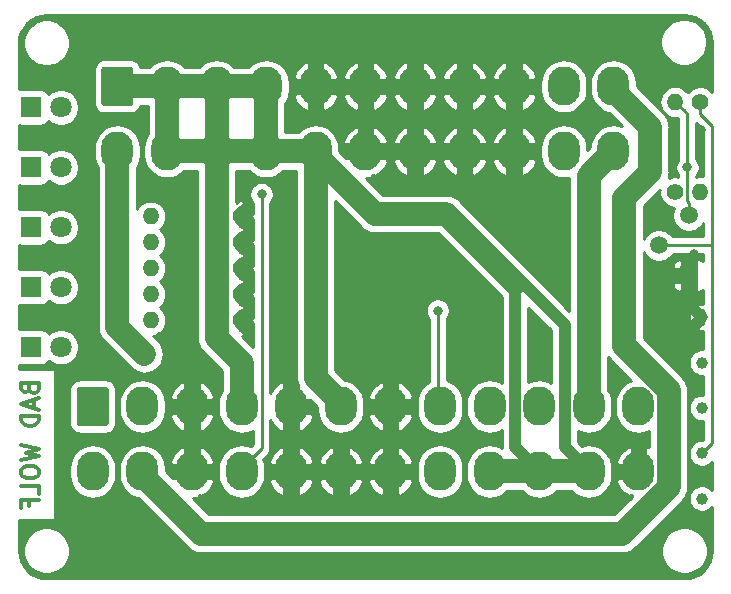
<source format=gbr>
%TF.GenerationSoftware,KiCad,Pcbnew,(5.1.4)-1*%
%TF.CreationDate,2020-09-17T17:05:27-05:00*%
%TF.ProjectId,mAcTX_Quadra_840av,6d416354-585f-4517-9561-6472615f3834,rev?*%
%TF.SameCoordinates,Original*%
%TF.FileFunction,Copper,L2,Bot*%
%TF.FilePolarity,Positive*%
%FSLAX46Y46*%
G04 Gerber Fmt 4.6, Leading zero omitted, Abs format (unit mm)*
G04 Created by KiCad (PCBNEW (5.1.4)-1) date 2020-09-17 17:05:27*
%MOMM*%
%LPD*%
G04 APERTURE LIST*
%TA.AperFunction,NonConductor*%
%ADD10C,0.300000*%
%TD*%
%TA.AperFunction,ComponentPad*%
%ADD11O,1.400000X1.400000*%
%TD*%
%TA.AperFunction,ComponentPad*%
%ADD12C,1.400000*%
%TD*%
%TA.AperFunction,ComponentPad*%
%ADD13O,2.700000X3.300000*%
%TD*%
%TA.AperFunction,Conductor*%
%ADD14C,0.100000*%
%TD*%
%TA.AperFunction,ComponentPad*%
%ADD15C,2.700000*%
%TD*%
%TA.AperFunction,ComponentPad*%
%ADD16R,1.500000X1.500000*%
%TD*%
%TA.AperFunction,ComponentPad*%
%ADD17C,1.500000*%
%TD*%
%TA.AperFunction,ComponentPad*%
%ADD18C,1.000000*%
%TD*%
%TA.AperFunction,ComponentPad*%
%ADD19C,1.800000*%
%TD*%
%TA.AperFunction,ComponentPad*%
%ADD20R,1.800000X1.800000*%
%TD*%
%TA.AperFunction,ViaPad*%
%ADD21C,0.800000*%
%TD*%
%TA.AperFunction,ViaPad*%
%ADD22C,1.600000*%
%TD*%
%TA.AperFunction,Conductor*%
%ADD23C,2.000000*%
%TD*%
%TA.AperFunction,Conductor*%
%ADD24C,1.000000*%
%TD*%
%TA.AperFunction,Conductor*%
%ADD25C,0.250000*%
%TD*%
%TA.AperFunction,Conductor*%
%ADD26C,0.254000*%
%TD*%
G04 APERTURE END LIST*
D10*
X51552857Y-103280000D02*
X51624285Y-103494285D01*
X51695714Y-103565714D01*
X51838571Y-103637142D01*
X52052857Y-103637142D01*
X52195714Y-103565714D01*
X52267142Y-103494285D01*
X52338571Y-103351428D01*
X52338571Y-102780000D01*
X50838571Y-102780000D01*
X50838571Y-103280000D01*
X50910000Y-103422857D01*
X50981428Y-103494285D01*
X51124285Y-103565714D01*
X51267142Y-103565714D01*
X51410000Y-103494285D01*
X51481428Y-103422857D01*
X51552857Y-103280000D01*
X51552857Y-102780000D01*
X51910000Y-104208571D02*
X51910000Y-104922857D01*
X52338571Y-104065714D02*
X50838571Y-104565714D01*
X52338571Y-105065714D01*
X52338571Y-105565714D02*
X50838571Y-105565714D01*
X50838571Y-105922857D01*
X50910000Y-106137142D01*
X51052857Y-106280000D01*
X51195714Y-106351428D01*
X51481428Y-106422857D01*
X51695714Y-106422857D01*
X51981428Y-106351428D01*
X52124285Y-106280000D01*
X52267142Y-106137142D01*
X52338571Y-105922857D01*
X52338571Y-105565714D01*
X50838571Y-108065714D02*
X52338571Y-108422857D01*
X51267142Y-108708571D01*
X52338571Y-108994285D01*
X50838571Y-109351428D01*
X50838571Y-110208571D02*
X50838571Y-110494285D01*
X50910000Y-110637142D01*
X51052857Y-110780000D01*
X51338571Y-110851428D01*
X51838571Y-110851428D01*
X52124285Y-110780000D01*
X52267142Y-110637142D01*
X52338571Y-110494285D01*
X52338571Y-110208571D01*
X52267142Y-110065714D01*
X52124285Y-109922857D01*
X51838571Y-109851428D01*
X51338571Y-109851428D01*
X51052857Y-109922857D01*
X50910000Y-110065714D01*
X50838571Y-110208571D01*
X52338571Y-112208571D02*
X52338571Y-111494285D01*
X50838571Y-111494285D01*
X51552857Y-113208571D02*
X51552857Y-112708571D01*
X52338571Y-112708571D02*
X50838571Y-112708571D01*
X50838571Y-113422857D01*
D11*
%TO.P,R2,2*%
%TO.N,PWR_ON*%
X106230000Y-79010000D03*
D12*
%TO.P,R2,1*%
%TO.N,+5VP*%
X106230000Y-86630000D03*
%TD*%
D13*
%TO.P,J2,22*%
%TO.N,+12V*%
X100990000Y-83180000D03*
%TO.P,J2,21*%
%TO.N,PFW*%
X96790000Y-83180000D03*
%TO.P,J2,20*%
%TO.N,GND*%
X92590000Y-83180000D03*
%TO.P,J2,19*%
X88390000Y-83180000D03*
%TO.P,J2,18*%
X84190000Y-83180000D03*
%TO.P,J2,17*%
X79990000Y-83180000D03*
%TO.P,J2,16*%
%TO.N,+5V*%
X75790000Y-83180000D03*
%TO.P,J2,15*%
X71590000Y-83180000D03*
%TO.P,J2,14*%
X67390000Y-83180000D03*
%TO.P,J2,13*%
X63190000Y-83180000D03*
%TO.P,J2,12*%
%TO.N,+5VP*%
X58990000Y-83180000D03*
%TO.P,J2,11*%
%TO.N,-12V*%
X100990000Y-77680000D03*
%TO.P,J2,10*%
%TO.N,N/C*%
X96790000Y-77680000D03*
%TO.P,J2,9*%
%TO.N,GND*%
X92590000Y-77680000D03*
%TO.P,J2,8*%
X88390000Y-77680000D03*
%TO.P,J2,7*%
X84190000Y-77680000D03*
%TO.P,J2,6*%
X79990000Y-77680000D03*
%TO.P,J2,5*%
X75790000Y-77680000D03*
%TO.P,J2,4*%
%TO.N,+5V*%
X71590000Y-77680000D03*
%TO.P,J2,3*%
X67390000Y-77680000D03*
%TO.P,J2,2*%
X63190000Y-77680000D03*
D14*
%TD*%
%TO.N,+5V*%
%TO.C,J2*%
G36*
X60114503Y-76031204D02*
G01*
X60138772Y-76034804D01*
X60162570Y-76040765D01*
X60185670Y-76049030D01*
X60207849Y-76059520D01*
X60228892Y-76072133D01*
X60248598Y-76086748D01*
X60266776Y-76103224D01*
X60283252Y-76121402D01*
X60297867Y-76141108D01*
X60310480Y-76162151D01*
X60320970Y-76184330D01*
X60329235Y-76207430D01*
X60335196Y-76231228D01*
X60338796Y-76255497D01*
X60340000Y-76280001D01*
X60340000Y-79079999D01*
X60338796Y-79104503D01*
X60335196Y-79128772D01*
X60329235Y-79152570D01*
X60320970Y-79175670D01*
X60310480Y-79197849D01*
X60297867Y-79218892D01*
X60283252Y-79238598D01*
X60266776Y-79256776D01*
X60248598Y-79273252D01*
X60228892Y-79287867D01*
X60207849Y-79300480D01*
X60185670Y-79310970D01*
X60162570Y-79319235D01*
X60138772Y-79325196D01*
X60114503Y-79328796D01*
X60089999Y-79330000D01*
X57890001Y-79330000D01*
X57865497Y-79328796D01*
X57841228Y-79325196D01*
X57817430Y-79319235D01*
X57794330Y-79310970D01*
X57772151Y-79300480D01*
X57751108Y-79287867D01*
X57731402Y-79273252D01*
X57713224Y-79256776D01*
X57696748Y-79238598D01*
X57682133Y-79218892D01*
X57669520Y-79197849D01*
X57659030Y-79175670D01*
X57650765Y-79152570D01*
X57644804Y-79128772D01*
X57641204Y-79104503D01*
X57640000Y-79079999D01*
X57640000Y-76280001D01*
X57641204Y-76255497D01*
X57644804Y-76231228D01*
X57650765Y-76207430D01*
X57659030Y-76184330D01*
X57669520Y-76162151D01*
X57682133Y-76141108D01*
X57696748Y-76121402D01*
X57713224Y-76103224D01*
X57731402Y-76086748D01*
X57751108Y-76072133D01*
X57772151Y-76059520D01*
X57794330Y-76049030D01*
X57817430Y-76040765D01*
X57841228Y-76034804D01*
X57865497Y-76031204D01*
X57890001Y-76030000D01*
X60089999Y-76030000D01*
X60114503Y-76031204D01*
X60114503Y-76031204D01*
G37*
D15*
%TO.P,J2,1*%
%TO.N,+5V*%
X58990000Y-77680000D03*
%TD*%
D13*
%TO.P,J1,24*%
%TO.N,GND*%
X103110000Y-110290000D03*
%TO.P,J1,23*%
%TO.N,+5V*%
X98910000Y-110290000D03*
%TO.P,J1,22*%
X94710000Y-110290000D03*
%TO.P,J1,21*%
X90510000Y-110290000D03*
%TO.P,J1,20*%
%TO.N,N/C*%
X86310000Y-110290000D03*
%TO.P,J1,19*%
%TO.N,GND*%
X82110000Y-110290000D03*
%TO.P,J1,18*%
X77910000Y-110290000D03*
%TO.P,J1,17*%
X73710000Y-110290000D03*
%TO.P,J1,16*%
%TO.N,PWR_ON*%
X69510000Y-110290000D03*
%TO.P,J1,15*%
%TO.N,GND*%
X65310000Y-110290000D03*
%TO.P,J1,14*%
%TO.N,-12V*%
X61110000Y-110290000D03*
%TO.P,J1,13*%
%TO.N,N/C*%
X56910000Y-110290000D03*
%TO.P,J1,12*%
X103110000Y-104790000D03*
%TO.P,J1,11*%
%TO.N,+12V*%
X98910000Y-104790000D03*
%TO.P,J1,10*%
X94710000Y-104790000D03*
%TO.P,J1,9*%
%TO.N,+5VP*%
X90510000Y-104790000D03*
%TO.P,J1,8*%
%TO.N,PWR_OK*%
X86310000Y-104790000D03*
%TO.P,J1,7*%
%TO.N,GND*%
X82110000Y-104790000D03*
%TO.P,J1,6*%
%TO.N,+5V*%
X77910000Y-104790000D03*
%TO.P,J1,5*%
%TO.N,GND*%
X73710000Y-104790000D03*
%TO.P,J1,4*%
%TO.N,+5V*%
X69510000Y-104790000D03*
%TO.P,J1,3*%
%TO.N,GND*%
X65310000Y-104790000D03*
%TO.P,J1,2*%
%TO.N,N/C*%
X61110000Y-104790000D03*
D14*
%TD*%
%TO.N,N/C*%
%TO.C,J1*%
G36*
X58034503Y-103141204D02*
G01*
X58058772Y-103144804D01*
X58082570Y-103150765D01*
X58105670Y-103159030D01*
X58127849Y-103169520D01*
X58148892Y-103182133D01*
X58168598Y-103196748D01*
X58186776Y-103213224D01*
X58203252Y-103231402D01*
X58217867Y-103251108D01*
X58230480Y-103272151D01*
X58240970Y-103294330D01*
X58249235Y-103317430D01*
X58255196Y-103341228D01*
X58258796Y-103365497D01*
X58260000Y-103390001D01*
X58260000Y-106189999D01*
X58258796Y-106214503D01*
X58255196Y-106238772D01*
X58249235Y-106262570D01*
X58240970Y-106285670D01*
X58230480Y-106307849D01*
X58217867Y-106328892D01*
X58203252Y-106348598D01*
X58186776Y-106366776D01*
X58168598Y-106383252D01*
X58148892Y-106397867D01*
X58127849Y-106410480D01*
X58105670Y-106420970D01*
X58082570Y-106429235D01*
X58058772Y-106435196D01*
X58034503Y-106438796D01*
X58009999Y-106440000D01*
X55810001Y-106440000D01*
X55785497Y-106438796D01*
X55761228Y-106435196D01*
X55737430Y-106429235D01*
X55714330Y-106420970D01*
X55692151Y-106410480D01*
X55671108Y-106397867D01*
X55651402Y-106383252D01*
X55633224Y-106366776D01*
X55616748Y-106348598D01*
X55602133Y-106328892D01*
X55589520Y-106307849D01*
X55579030Y-106285670D01*
X55570765Y-106262570D01*
X55564804Y-106238772D01*
X55561204Y-106214503D01*
X55560000Y-106189999D01*
X55560000Y-103390001D01*
X55561204Y-103365497D01*
X55564804Y-103341228D01*
X55570765Y-103317430D01*
X55579030Y-103294330D01*
X55589520Y-103272151D01*
X55602133Y-103251108D01*
X55616748Y-103231402D01*
X55633224Y-103213224D01*
X55651402Y-103196748D01*
X55671108Y-103182133D01*
X55692151Y-103169520D01*
X55714330Y-103159030D01*
X55737430Y-103150765D01*
X55761228Y-103144804D01*
X55785497Y-103141204D01*
X55810001Y-103140000D01*
X58009999Y-103140000D01*
X58034503Y-103141204D01*
X58034503Y-103141204D01*
G37*
D15*
%TO.P,J1,1*%
%TO.N,N/C*%
X56910000Y-104790000D03*
%TD*%
D16*
%TO.P,Q1,1*%
%TO.N,GND*%
X107380000Y-93690000D03*
D17*
%TO.P,Q1,3*%
%TO.N,PWR_ON*%
X107380000Y-88610000D03*
%TO.P,Q1,2*%
%TO.N,Net-(Q1-Pad2)*%
X104840000Y-91150000D03*
%TD*%
D18*
%TO.P,TP5,1*%
%TO.N,GND*%
X108490000Y-97240000D03*
%TD*%
%TO.P,TP4,1*%
%TO.N,PWR_ON*%
X108490000Y-101075250D03*
%TD*%
%TO.P,TP3,1*%
%TO.N,+5VP*%
X108490000Y-104910500D03*
%TD*%
%TO.P,TP2,1*%
%TO.N,Net-(Q1-Pad2)*%
X108490000Y-108745750D03*
%TD*%
%TO.P,TP1,1*%
%TO.N,PFW*%
X108490000Y-112581000D03*
%TD*%
D11*
%TO.P,R8,2*%
%TO.N,Net-(D6-Pad1)*%
X61806000Y-88690000D03*
D12*
%TO.P,R8,1*%
%TO.N,GND*%
X69426000Y-88690000D03*
%TD*%
D11*
%TO.P,R6,2*%
%TO.N,Net-(D4-Pad1)*%
X61806000Y-90890750D03*
D12*
%TO.P,R6,1*%
%TO.N,GND*%
X69426000Y-90890750D03*
%TD*%
D11*
%TO.P,R5,2*%
%TO.N,Net-(D3-Pad1)*%
X61806000Y-93091500D03*
D12*
%TO.P,R5,1*%
%TO.N,GND*%
X69426000Y-93091500D03*
%TD*%
D11*
%TO.P,R4,2*%
%TO.N,Net-(D2-Pad1)*%
X61806000Y-95292250D03*
D12*
%TO.P,R4,1*%
%TO.N,GND*%
X69426000Y-95292250D03*
%TD*%
D11*
%TO.P,R3,2*%
%TO.N,Net-(D1-Pad1)*%
X61806000Y-97493000D03*
D12*
%TO.P,R3,1*%
%TO.N,GND*%
X69426000Y-97493000D03*
%TD*%
D11*
%TO.P,R1,2*%
%TO.N,PFW*%
X108340000Y-86630000D03*
D12*
%TO.P,R1,1*%
%TO.N,Net-(Q1-Pad2)*%
X108340000Y-79010000D03*
%TD*%
D19*
%TO.P,D6,2*%
%TO.N,PWR_ON*%
X54221000Y-79472500D03*
D20*
%TO.P,D6,1*%
%TO.N,Net-(D6-Pad1)*%
X51681000Y-79472500D03*
%TD*%
D19*
%TO.P,D4,2*%
%TO.N,+5VP*%
X54221000Y-84547125D03*
D20*
%TO.P,D4,1*%
%TO.N,Net-(D4-Pad1)*%
X51681000Y-84547125D03*
%TD*%
D19*
%TO.P,D3,2*%
%TO.N,+5V*%
X54221000Y-89621750D03*
D20*
%TO.P,D3,1*%
%TO.N,Net-(D3-Pad1)*%
X51681000Y-89621750D03*
%TD*%
D19*
%TO.P,D2,2*%
%TO.N,+12V*%
X54221000Y-94696375D03*
D20*
%TO.P,D2,1*%
%TO.N,Net-(D2-Pad1)*%
X51681000Y-94696375D03*
%TD*%
D19*
%TO.P,D1,2*%
%TO.N,PWR_OK*%
X54221000Y-99771000D03*
D20*
%TO.P,D1,1*%
%TO.N,Net-(D1-Pad1)*%
X51681000Y-99771000D03*
%TD*%
D21*
%TO.N,GND*%
X104060000Y-92850000D03*
X104060000Y-98870000D03*
X107840000Y-91920000D03*
X104900000Y-89070000D03*
X56360000Y-97400000D03*
X56430000Y-92130000D03*
X56330000Y-88490000D03*
X55260000Y-82130000D03*
X51460000Y-87360000D03*
X51370000Y-82010000D03*
X51490000Y-92190000D03*
X64420000Y-95210000D03*
X94640000Y-100060000D03*
X106040000Y-83200000D03*
X108440000Y-81390000D03*
%TO.N,+5V*%
X67390000Y-89730000D03*
%TO.N,PWR_ON*%
X71200000Y-86820000D03*
X107255001Y-84555001D03*
%TO.N,+12V*%
X98910000Y-94370000D03*
D22*
%TO.N,+5VP*%
X61290000Y-100360000D03*
D21*
%TO.N,PWR_OK*%
X86120000Y-96670000D03*
%TD*%
D23*
%TO.N,+5V*%
X98910000Y-110290000D02*
X90510000Y-110290000D01*
X67390000Y-86830000D02*
X67390000Y-83180000D01*
X69510000Y-101140000D02*
X67390000Y-99020000D01*
X69510000Y-104790000D02*
X69510000Y-101140000D01*
X75790000Y-102370000D02*
X75790000Y-83180000D01*
X77910000Y-104790000D02*
X77910000Y-104490000D01*
X77910000Y-104490000D02*
X75790000Y-102370000D01*
X63190000Y-83180000D02*
X75790000Y-83180000D01*
X58990000Y-77680000D02*
X71590000Y-77680000D01*
X63190000Y-77680000D02*
X63190000Y-83180000D01*
X71590000Y-77680000D02*
X71590000Y-83180000D01*
X67390000Y-83180000D02*
X67390000Y-77680000D01*
X67390000Y-99020000D02*
X67390000Y-89730000D01*
X67390000Y-89730000D02*
X67390000Y-86830000D01*
D24*
X94710000Y-110290000D02*
X92659990Y-108239990D01*
X75790000Y-83480000D02*
X75790000Y-83180000D01*
X96859990Y-97879990D02*
X92659990Y-93679990D01*
X96859990Y-108239990D02*
X96859990Y-97879990D01*
X98910000Y-110290000D02*
X96859990Y-108239990D01*
D23*
X75790000Y-83480000D02*
X80810000Y-88500000D01*
X86810000Y-88500000D02*
X92659990Y-94349990D01*
X80810000Y-88500000D02*
X86810000Y-88500000D01*
D24*
X92659990Y-108239990D02*
X92659990Y-94349990D01*
X92659990Y-94349990D02*
X92659990Y-93679990D01*
D25*
%TO.N,PWR_ON*%
X69510000Y-109990000D02*
X69510000Y-110290000D01*
X71200000Y-108300000D02*
X69510000Y-109990000D01*
X71200000Y-86820000D02*
X71200000Y-108300000D01*
X106929999Y-79709999D02*
X106230000Y-79010000D01*
X107255001Y-80035001D02*
X106929999Y-79709999D01*
X107380000Y-87549340D02*
X107255001Y-87424341D01*
X107380000Y-88610000D02*
X107380000Y-87549340D01*
X107255001Y-84874999D02*
X107255001Y-84555001D01*
X107255001Y-84555001D02*
X107255001Y-80035001D01*
X107255001Y-87424341D02*
X107255001Y-84874999D01*
D23*
%TO.N,-12V*%
X61110000Y-110590000D02*
X61110000Y-110290000D01*
X66080000Y-115560000D02*
X61110000Y-110590000D01*
X101746258Y-115560000D02*
X66080000Y-115560000D01*
X105660010Y-103433752D02*
X105660010Y-111646248D01*
X105660010Y-111646248D02*
X101746258Y-115560000D01*
X100990000Y-77980000D02*
X104100000Y-81090000D01*
X100990000Y-77680000D02*
X100990000Y-77980000D01*
X104100000Y-81090000D02*
X104100000Y-84960000D01*
X104100000Y-84960000D02*
X101930000Y-87130000D01*
X101930000Y-87130000D02*
X101930000Y-99703742D01*
X101930000Y-99703742D02*
X105660010Y-103433752D01*
%TO.N,+12V*%
X98910000Y-104790000D02*
X98910000Y-85260000D01*
X98910000Y-85260000D02*
X100990000Y-83180000D01*
%TO.N,+5VP*%
X58990000Y-83180000D02*
X58990000Y-98060000D01*
X58990000Y-98060000D02*
X61290000Y-100360000D01*
D25*
%TO.N,PWR_OK*%
X86120000Y-104600000D02*
X86310000Y-104790000D01*
X86120000Y-96670000D02*
X86120000Y-104600000D01*
%TO.N,Net-(Q1-Pad2)*%
X105900660Y-91150000D02*
X104840000Y-91150000D01*
X109365001Y-91150000D02*
X105900660Y-91150000D01*
X109365001Y-81024950D02*
X109365001Y-91150000D01*
X108340000Y-79010000D02*
X108340000Y-79999949D01*
X108340000Y-79999949D02*
X109365001Y-81024950D01*
X109315001Y-91150000D02*
X105900660Y-91150000D01*
X108490000Y-108745750D02*
X109315001Y-107920749D01*
X109315001Y-107920749D02*
X109315001Y-91150000D01*
%TD*%
D26*
%TO.N,GND*%
G36*
X107453893Y-71707670D02*
G01*
X107890498Y-71839489D01*
X108293185Y-72053600D01*
X108646612Y-72341848D01*
X108937327Y-72693261D01*
X109154242Y-73094439D01*
X109289106Y-73530113D01*
X109340000Y-74014344D01*
X109340000Y-78122025D01*
X109191013Y-77973038D01*
X108972359Y-77826939D01*
X108729405Y-77726304D01*
X108471486Y-77675000D01*
X108208514Y-77675000D01*
X107950595Y-77726304D01*
X107707641Y-77826939D01*
X107488987Y-77973038D01*
X107303038Y-78158987D01*
X107283097Y-78188831D01*
X107178555Y-78061445D01*
X106975275Y-77894618D01*
X106743354Y-77770653D01*
X106491706Y-77694317D01*
X106295579Y-77675000D01*
X106164421Y-77675000D01*
X105968294Y-77694317D01*
X105716646Y-77770653D01*
X105484725Y-77894618D01*
X105281445Y-78061445D01*
X105114618Y-78264725D01*
X104990653Y-78496646D01*
X104914317Y-78748294D01*
X104888541Y-79010000D01*
X104914317Y-79271706D01*
X104990653Y-79523354D01*
X105114618Y-79755275D01*
X105246063Y-79915441D01*
X105199320Y-79877081D01*
X102975000Y-77652762D01*
X102975000Y-77282490D01*
X102946278Y-76990872D01*
X102832774Y-76616698D01*
X102648453Y-76271857D01*
X102400398Y-75969602D01*
X102098143Y-75721547D01*
X101753301Y-75537226D01*
X101379127Y-75423722D01*
X100990000Y-75385396D01*
X100600872Y-75423722D01*
X100226698Y-75537226D01*
X99881857Y-75721547D01*
X99579602Y-75969602D01*
X99331547Y-76271857D01*
X99147226Y-76616699D01*
X99033722Y-76990873D01*
X99005000Y-77282491D01*
X99005000Y-78077510D01*
X99033722Y-78369128D01*
X99147226Y-78743302D01*
X99331547Y-79088143D01*
X99579603Y-79390398D01*
X99881858Y-79638453D01*
X100226699Y-79822774D01*
X100600873Y-79936278D01*
X100637663Y-79939902D01*
X101727013Y-81029252D01*
X101379127Y-80923722D01*
X100990000Y-80885396D01*
X100600872Y-80923722D01*
X100226698Y-81037226D01*
X99881857Y-81221547D01*
X99579602Y-81469602D01*
X99331547Y-81771857D01*
X99147226Y-82116699D01*
X99033722Y-82490873D01*
X99005000Y-82782491D01*
X99005000Y-82852761D01*
X98775000Y-83082762D01*
X98775000Y-82782490D01*
X98746278Y-82490872D01*
X98632774Y-82116698D01*
X98448453Y-81771857D01*
X98200398Y-81469602D01*
X97898143Y-81221547D01*
X97553301Y-81037226D01*
X97179127Y-80923722D01*
X96790000Y-80885396D01*
X96400872Y-80923722D01*
X96026698Y-81037226D01*
X95681857Y-81221547D01*
X95379602Y-81469602D01*
X95131547Y-81771857D01*
X94947226Y-82116699D01*
X94833722Y-82490873D01*
X94805000Y-82782491D01*
X94805000Y-83577510D01*
X94833722Y-83869128D01*
X94947226Y-84243302D01*
X95131547Y-84588143D01*
X95379603Y-84890398D01*
X95681858Y-85138453D01*
X96026699Y-85322774D01*
X96400873Y-85436278D01*
X96790000Y-85474604D01*
X97179128Y-85436278D01*
X97275001Y-85407195D01*
X97275000Y-96689869D01*
X94030213Y-93445082D01*
X94026020Y-93437237D01*
X93872905Y-93250666D01*
X88022925Y-87400687D01*
X87971714Y-87338286D01*
X87722752Y-87133969D01*
X87438715Y-86982148D01*
X87130516Y-86888657D01*
X86890322Y-86865000D01*
X86890319Y-86865000D01*
X86810000Y-86857089D01*
X86729681Y-86865000D01*
X81487239Y-86865000D01*
X80087238Y-85465000D01*
X80563002Y-85465000D01*
X80563002Y-85214030D01*
X80853249Y-85267464D01*
X80912502Y-85214170D01*
X81233096Y-85000877D01*
X81505919Y-84729138D01*
X81720486Y-84409395D01*
X81868551Y-84053936D01*
X82311449Y-84053936D01*
X82459514Y-84409395D01*
X82674081Y-84729138D01*
X82946904Y-85000877D01*
X83267498Y-85214170D01*
X83326751Y-85267464D01*
X83617000Y-85214030D01*
X83617000Y-83753000D01*
X84763000Y-83753000D01*
X84763000Y-85214030D01*
X85053249Y-85267464D01*
X85112502Y-85214170D01*
X85433096Y-85000877D01*
X85705919Y-84729138D01*
X85920486Y-84409395D01*
X86068551Y-84053936D01*
X86511449Y-84053936D01*
X86659514Y-84409395D01*
X86874081Y-84729138D01*
X87146904Y-85000877D01*
X87467498Y-85214170D01*
X87526751Y-85267464D01*
X87817000Y-85214030D01*
X87817000Y-83753000D01*
X88963000Y-83753000D01*
X88963000Y-85214030D01*
X89253249Y-85267464D01*
X89312502Y-85214170D01*
X89633096Y-85000877D01*
X89905919Y-84729138D01*
X90120486Y-84409395D01*
X90268551Y-84053936D01*
X90711449Y-84053936D01*
X90859514Y-84409395D01*
X91074081Y-84729138D01*
X91346904Y-85000877D01*
X91667498Y-85214170D01*
X91726751Y-85267464D01*
X92017000Y-85214030D01*
X92017000Y-83753000D01*
X93163000Y-83753000D01*
X93163000Y-85214030D01*
X93453249Y-85267464D01*
X93512502Y-85214170D01*
X93833096Y-85000877D01*
X94105919Y-84729138D01*
X94320486Y-84409395D01*
X94468551Y-84053936D01*
X94376456Y-83753000D01*
X93163000Y-83753000D01*
X92017000Y-83753000D01*
X90803544Y-83753000D01*
X90711449Y-84053936D01*
X90268551Y-84053936D01*
X90176456Y-83753000D01*
X88963000Y-83753000D01*
X87817000Y-83753000D01*
X86603544Y-83753000D01*
X86511449Y-84053936D01*
X86068551Y-84053936D01*
X85976456Y-83753000D01*
X84763000Y-83753000D01*
X83617000Y-83753000D01*
X82403544Y-83753000D01*
X82311449Y-84053936D01*
X81868551Y-84053936D01*
X81776456Y-83753000D01*
X80563000Y-83753000D01*
X80563000Y-83773000D01*
X79417000Y-83773000D01*
X79417000Y-83753000D01*
X78375238Y-83753000D01*
X77775000Y-83152762D01*
X77775000Y-82782490D01*
X77746278Y-82490872D01*
X77690218Y-82306064D01*
X78111449Y-82306064D01*
X78203544Y-82607000D01*
X79417000Y-82607000D01*
X79417000Y-81145970D01*
X80563000Y-81145970D01*
X80563000Y-82607000D01*
X81776456Y-82607000D01*
X81868551Y-82306064D01*
X82311449Y-82306064D01*
X82403544Y-82607000D01*
X83617000Y-82607000D01*
X83617000Y-81145970D01*
X84763000Y-81145970D01*
X84763000Y-82607000D01*
X85976456Y-82607000D01*
X86068551Y-82306064D01*
X86511449Y-82306064D01*
X86603544Y-82607000D01*
X87817000Y-82607000D01*
X87817000Y-81145970D01*
X88963000Y-81145970D01*
X88963000Y-82607000D01*
X90176456Y-82607000D01*
X90268551Y-82306064D01*
X90711449Y-82306064D01*
X90803544Y-82607000D01*
X92017000Y-82607000D01*
X92017000Y-81145970D01*
X93163000Y-81145970D01*
X93163000Y-82607000D01*
X94376456Y-82607000D01*
X94468551Y-82306064D01*
X94320486Y-81950605D01*
X94105919Y-81630862D01*
X93833096Y-81359123D01*
X93512502Y-81145830D01*
X93453249Y-81092536D01*
X93163000Y-81145970D01*
X92017000Y-81145970D01*
X91726751Y-81092536D01*
X91667498Y-81145830D01*
X91346904Y-81359123D01*
X91074081Y-81630862D01*
X90859514Y-81950605D01*
X90711449Y-82306064D01*
X90268551Y-82306064D01*
X90120486Y-81950605D01*
X89905919Y-81630862D01*
X89633096Y-81359123D01*
X89312502Y-81145830D01*
X89253249Y-81092536D01*
X88963000Y-81145970D01*
X87817000Y-81145970D01*
X87526751Y-81092536D01*
X87467498Y-81145830D01*
X87146904Y-81359123D01*
X86874081Y-81630862D01*
X86659514Y-81950605D01*
X86511449Y-82306064D01*
X86068551Y-82306064D01*
X85920486Y-81950605D01*
X85705919Y-81630862D01*
X85433096Y-81359123D01*
X85112502Y-81145830D01*
X85053249Y-81092536D01*
X84763000Y-81145970D01*
X83617000Y-81145970D01*
X83326751Y-81092536D01*
X83267498Y-81145830D01*
X82946904Y-81359123D01*
X82674081Y-81630862D01*
X82459514Y-81950605D01*
X82311449Y-82306064D01*
X81868551Y-82306064D01*
X81720486Y-81950605D01*
X81505919Y-81630862D01*
X81233096Y-81359123D01*
X80912502Y-81145830D01*
X80853249Y-81092536D01*
X80563000Y-81145970D01*
X79417000Y-81145970D01*
X79126751Y-81092536D01*
X79067498Y-81145830D01*
X78746904Y-81359123D01*
X78474081Y-81630862D01*
X78259514Y-81950605D01*
X78111449Y-82306064D01*
X77690218Y-82306064D01*
X77632774Y-82116698D01*
X77448453Y-81771857D01*
X77200398Y-81469602D01*
X76898143Y-81221547D01*
X76553301Y-81037226D01*
X76179127Y-80923722D01*
X75790000Y-80885396D01*
X75400872Y-80923722D01*
X75026698Y-81037226D01*
X74681857Y-81221547D01*
X74379602Y-81469602D01*
X74317724Y-81545000D01*
X73225000Y-81545000D01*
X73225000Y-79116720D01*
X73248453Y-79088143D01*
X73432774Y-78743302D01*
X73490217Y-78553936D01*
X73911449Y-78553936D01*
X74059514Y-78909395D01*
X74274081Y-79229138D01*
X74546904Y-79500877D01*
X74867498Y-79714170D01*
X74926751Y-79767464D01*
X75217000Y-79714030D01*
X75217000Y-78253000D01*
X76363000Y-78253000D01*
X76363000Y-79714030D01*
X76653249Y-79767464D01*
X76712502Y-79714170D01*
X77033096Y-79500877D01*
X77305919Y-79229138D01*
X77520486Y-78909395D01*
X77668551Y-78553936D01*
X78111449Y-78553936D01*
X78259514Y-78909395D01*
X78474081Y-79229138D01*
X78746904Y-79500877D01*
X79067498Y-79714170D01*
X79126751Y-79767464D01*
X79417000Y-79714030D01*
X79417000Y-78253000D01*
X80563000Y-78253000D01*
X80563000Y-79714030D01*
X80853249Y-79767464D01*
X80912502Y-79714170D01*
X81233096Y-79500877D01*
X81505919Y-79229138D01*
X81720486Y-78909395D01*
X81868551Y-78553936D01*
X82311449Y-78553936D01*
X82459514Y-78909395D01*
X82674081Y-79229138D01*
X82946904Y-79500877D01*
X83267498Y-79714170D01*
X83326751Y-79767464D01*
X83617000Y-79714030D01*
X83617000Y-78253000D01*
X84763000Y-78253000D01*
X84763000Y-79714030D01*
X85053249Y-79767464D01*
X85112502Y-79714170D01*
X85433096Y-79500877D01*
X85705919Y-79229138D01*
X85920486Y-78909395D01*
X86068551Y-78553936D01*
X86511449Y-78553936D01*
X86659514Y-78909395D01*
X86874081Y-79229138D01*
X87146904Y-79500877D01*
X87467498Y-79714170D01*
X87526751Y-79767464D01*
X87817000Y-79714030D01*
X87817000Y-78253000D01*
X88963000Y-78253000D01*
X88963000Y-79714030D01*
X89253249Y-79767464D01*
X89312502Y-79714170D01*
X89633096Y-79500877D01*
X89905919Y-79229138D01*
X90120486Y-78909395D01*
X90268551Y-78553936D01*
X90711449Y-78553936D01*
X90859514Y-78909395D01*
X91074081Y-79229138D01*
X91346904Y-79500877D01*
X91667498Y-79714170D01*
X91726751Y-79767464D01*
X92017000Y-79714030D01*
X92017000Y-78253000D01*
X93163000Y-78253000D01*
X93163000Y-79714030D01*
X93453249Y-79767464D01*
X93512502Y-79714170D01*
X93833096Y-79500877D01*
X94105919Y-79229138D01*
X94320486Y-78909395D01*
X94468551Y-78553936D01*
X94376456Y-78253000D01*
X93163000Y-78253000D01*
X92017000Y-78253000D01*
X90803544Y-78253000D01*
X90711449Y-78553936D01*
X90268551Y-78553936D01*
X90176456Y-78253000D01*
X88963000Y-78253000D01*
X87817000Y-78253000D01*
X86603544Y-78253000D01*
X86511449Y-78553936D01*
X86068551Y-78553936D01*
X85976456Y-78253000D01*
X84763000Y-78253000D01*
X83617000Y-78253000D01*
X82403544Y-78253000D01*
X82311449Y-78553936D01*
X81868551Y-78553936D01*
X81776456Y-78253000D01*
X80563000Y-78253000D01*
X79417000Y-78253000D01*
X78203544Y-78253000D01*
X78111449Y-78553936D01*
X77668551Y-78553936D01*
X77576456Y-78253000D01*
X76363000Y-78253000D01*
X75217000Y-78253000D01*
X74003544Y-78253000D01*
X73911449Y-78553936D01*
X73490217Y-78553936D01*
X73546278Y-78369127D01*
X73575000Y-78077509D01*
X73575000Y-77282491D01*
X94805000Y-77282491D01*
X94805000Y-78077510D01*
X94833722Y-78369128D01*
X94947226Y-78743302D01*
X95131547Y-79088143D01*
X95379603Y-79390398D01*
X95681858Y-79638453D01*
X96026699Y-79822774D01*
X96400873Y-79936278D01*
X96790000Y-79974604D01*
X97179128Y-79936278D01*
X97553302Y-79822774D01*
X97898143Y-79638453D01*
X98200398Y-79390398D01*
X98448453Y-79088143D01*
X98632774Y-78743302D01*
X98746278Y-78369127D01*
X98775000Y-78077509D01*
X98775000Y-77282490D01*
X98746278Y-76990872D01*
X98632774Y-76616698D01*
X98448453Y-76271857D01*
X98200398Y-75969602D01*
X97898143Y-75721547D01*
X97553301Y-75537226D01*
X97179127Y-75423722D01*
X96790000Y-75385396D01*
X96400872Y-75423722D01*
X96026698Y-75537226D01*
X95681857Y-75721547D01*
X95379602Y-75969602D01*
X95131547Y-76271857D01*
X94947226Y-76616699D01*
X94833722Y-76990873D01*
X94805000Y-77282491D01*
X73575000Y-77282491D01*
X73575000Y-77282490D01*
X73546278Y-76990872D01*
X73490218Y-76806064D01*
X73911449Y-76806064D01*
X74003544Y-77107000D01*
X75217000Y-77107000D01*
X75217000Y-75645970D01*
X76363000Y-75645970D01*
X76363000Y-77107000D01*
X77576456Y-77107000D01*
X77668551Y-76806064D01*
X78111449Y-76806064D01*
X78203544Y-77107000D01*
X79417000Y-77107000D01*
X79417000Y-75645970D01*
X80563000Y-75645970D01*
X80563000Y-77107000D01*
X81776456Y-77107000D01*
X81868551Y-76806064D01*
X82311449Y-76806064D01*
X82403544Y-77107000D01*
X83617000Y-77107000D01*
X83617000Y-75645970D01*
X84763000Y-75645970D01*
X84763000Y-77107000D01*
X85976456Y-77107000D01*
X86068551Y-76806064D01*
X86511449Y-76806064D01*
X86603544Y-77107000D01*
X87817000Y-77107000D01*
X87817000Y-75645970D01*
X88963000Y-75645970D01*
X88963000Y-77107000D01*
X90176456Y-77107000D01*
X90268551Y-76806064D01*
X90711449Y-76806064D01*
X90803544Y-77107000D01*
X92017000Y-77107000D01*
X92017000Y-75645970D01*
X93163000Y-75645970D01*
X93163000Y-77107000D01*
X94376456Y-77107000D01*
X94468551Y-76806064D01*
X94320486Y-76450605D01*
X94105919Y-76130862D01*
X93833096Y-75859123D01*
X93512502Y-75645830D01*
X93453249Y-75592536D01*
X93163000Y-75645970D01*
X92017000Y-75645970D01*
X91726751Y-75592536D01*
X91667498Y-75645830D01*
X91346904Y-75859123D01*
X91074081Y-76130862D01*
X90859514Y-76450605D01*
X90711449Y-76806064D01*
X90268551Y-76806064D01*
X90120486Y-76450605D01*
X89905919Y-76130862D01*
X89633096Y-75859123D01*
X89312502Y-75645830D01*
X89253249Y-75592536D01*
X88963000Y-75645970D01*
X87817000Y-75645970D01*
X87526751Y-75592536D01*
X87467498Y-75645830D01*
X87146904Y-75859123D01*
X86874081Y-76130862D01*
X86659514Y-76450605D01*
X86511449Y-76806064D01*
X86068551Y-76806064D01*
X85920486Y-76450605D01*
X85705919Y-76130862D01*
X85433096Y-75859123D01*
X85112502Y-75645830D01*
X85053249Y-75592536D01*
X84763000Y-75645970D01*
X83617000Y-75645970D01*
X83326751Y-75592536D01*
X83267498Y-75645830D01*
X82946904Y-75859123D01*
X82674081Y-76130862D01*
X82459514Y-76450605D01*
X82311449Y-76806064D01*
X81868551Y-76806064D01*
X81720486Y-76450605D01*
X81505919Y-76130862D01*
X81233096Y-75859123D01*
X80912502Y-75645830D01*
X80853249Y-75592536D01*
X80563000Y-75645970D01*
X79417000Y-75645970D01*
X79126751Y-75592536D01*
X79067498Y-75645830D01*
X78746904Y-75859123D01*
X78474081Y-76130862D01*
X78259514Y-76450605D01*
X78111449Y-76806064D01*
X77668551Y-76806064D01*
X77520486Y-76450605D01*
X77305919Y-76130862D01*
X77033096Y-75859123D01*
X76712502Y-75645830D01*
X76653249Y-75592536D01*
X76363000Y-75645970D01*
X75217000Y-75645970D01*
X74926751Y-75592536D01*
X74867498Y-75645830D01*
X74546904Y-75859123D01*
X74274081Y-76130862D01*
X74059514Y-76450605D01*
X73911449Y-76806064D01*
X73490218Y-76806064D01*
X73432774Y-76616698D01*
X73248453Y-76271857D01*
X73000398Y-75969602D01*
X72698143Y-75721547D01*
X72353301Y-75537226D01*
X71979127Y-75423722D01*
X71590000Y-75385396D01*
X71200872Y-75423722D01*
X70826698Y-75537226D01*
X70481857Y-75721547D01*
X70179602Y-75969602D01*
X70117724Y-76045000D01*
X68862276Y-76045000D01*
X68800398Y-75969602D01*
X68498143Y-75721547D01*
X68153301Y-75537226D01*
X67779127Y-75423722D01*
X67390000Y-75385396D01*
X67000872Y-75423722D01*
X66626698Y-75537226D01*
X66281857Y-75721547D01*
X65979602Y-75969602D01*
X65917724Y-76045000D01*
X64662276Y-76045000D01*
X64600398Y-75969602D01*
X64298143Y-75721547D01*
X63953301Y-75537226D01*
X63579127Y-75423722D01*
X63190000Y-75385396D01*
X62800872Y-75423722D01*
X62426698Y-75537226D01*
X62081857Y-75721547D01*
X61779602Y-75969602D01*
X61717724Y-76045000D01*
X60942277Y-76045000D01*
X60910471Y-75940150D01*
X60828405Y-75786614D01*
X60717961Y-75652039D01*
X60583386Y-75541595D01*
X60429850Y-75459529D01*
X60263253Y-75408992D01*
X60089999Y-75391928D01*
X57890001Y-75391928D01*
X57716747Y-75408992D01*
X57550150Y-75459529D01*
X57396614Y-75541595D01*
X57262039Y-75652039D01*
X57151595Y-75786614D01*
X57069529Y-75940150D01*
X57018992Y-76106747D01*
X57001928Y-76280001D01*
X57001928Y-79079999D01*
X57018992Y-79253253D01*
X57069529Y-79419850D01*
X57151595Y-79573386D01*
X57262039Y-79707961D01*
X57396614Y-79818405D01*
X57550150Y-79900471D01*
X57716747Y-79951008D01*
X57890001Y-79968072D01*
X60089999Y-79968072D01*
X60263253Y-79951008D01*
X60429850Y-79900471D01*
X60583386Y-79818405D01*
X60717961Y-79707961D01*
X60828405Y-79573386D01*
X60910471Y-79419850D01*
X60942277Y-79315000D01*
X61555000Y-79315000D01*
X61555001Y-81743279D01*
X61531547Y-81771857D01*
X61347226Y-82116699D01*
X61233722Y-82490873D01*
X61205000Y-82782491D01*
X61205000Y-83577510D01*
X61233722Y-83869128D01*
X61347226Y-84243302D01*
X61531547Y-84588143D01*
X61779603Y-84890398D01*
X62081858Y-85138453D01*
X62426699Y-85322774D01*
X62800873Y-85436278D01*
X63190000Y-85474604D01*
X63579128Y-85436278D01*
X63953302Y-85322774D01*
X64298143Y-85138453D01*
X64600398Y-84890398D01*
X64662276Y-84815000D01*
X65755001Y-84815000D01*
X65755000Y-86910321D01*
X65755001Y-86910331D01*
X65755000Y-89810321D01*
X65755001Y-89810331D01*
X65755000Y-98939680D01*
X65747089Y-99020000D01*
X65755000Y-99100319D01*
X65755000Y-99100321D01*
X65778657Y-99340515D01*
X65872148Y-99648714D01*
X66023969Y-99932751D01*
X66228286Y-100181714D01*
X66290687Y-100232925D01*
X67875001Y-101817240D01*
X67875000Y-103353279D01*
X67851547Y-103381857D01*
X67667226Y-103726699D01*
X67553722Y-104100873D01*
X67525000Y-104392491D01*
X67525000Y-105187510D01*
X67553722Y-105479128D01*
X67667226Y-105853302D01*
X67851547Y-106198143D01*
X68099603Y-106500398D01*
X68401858Y-106748453D01*
X68746699Y-106932774D01*
X69120873Y-107046278D01*
X69510000Y-107084604D01*
X69899128Y-107046278D01*
X70273302Y-106932774D01*
X70440001Y-106843672D01*
X70440001Y-107985197D01*
X70276345Y-108148853D01*
X70273301Y-108147226D01*
X69899127Y-108033722D01*
X69510000Y-107995396D01*
X69120872Y-108033722D01*
X68746698Y-108147226D01*
X68401857Y-108331547D01*
X68099602Y-108579602D01*
X67851547Y-108881857D01*
X67667226Y-109226699D01*
X67553722Y-109600873D01*
X67525000Y-109892491D01*
X67525000Y-110687510D01*
X67553722Y-110979128D01*
X67667226Y-111353302D01*
X67851547Y-111698143D01*
X68099603Y-112000398D01*
X68401858Y-112248453D01*
X68746699Y-112432774D01*
X69120873Y-112546278D01*
X69510000Y-112584604D01*
X69899128Y-112546278D01*
X70273302Y-112432774D01*
X70618143Y-112248453D01*
X70920398Y-112000398D01*
X71168453Y-111698143D01*
X71352774Y-111353302D01*
X71410217Y-111163936D01*
X71831449Y-111163936D01*
X71979514Y-111519395D01*
X72194081Y-111839138D01*
X72466904Y-112110877D01*
X72787498Y-112324170D01*
X72846751Y-112377464D01*
X73137000Y-112324030D01*
X73137000Y-110863000D01*
X74283000Y-110863000D01*
X74283000Y-112324030D01*
X74573249Y-112377464D01*
X74632502Y-112324170D01*
X74953096Y-112110877D01*
X75225919Y-111839138D01*
X75440486Y-111519395D01*
X75588551Y-111163936D01*
X76031449Y-111163936D01*
X76179514Y-111519395D01*
X76394081Y-111839138D01*
X76666904Y-112110877D01*
X76987498Y-112324170D01*
X77046751Y-112377464D01*
X77337000Y-112324030D01*
X77337000Y-110863000D01*
X78483000Y-110863000D01*
X78483000Y-112324030D01*
X78773249Y-112377464D01*
X78832502Y-112324170D01*
X79153096Y-112110877D01*
X79425919Y-111839138D01*
X79640486Y-111519395D01*
X79788551Y-111163936D01*
X80231449Y-111163936D01*
X80379514Y-111519395D01*
X80594081Y-111839138D01*
X80866904Y-112110877D01*
X81187498Y-112324170D01*
X81246751Y-112377464D01*
X81537000Y-112324030D01*
X81537000Y-110863000D01*
X82683000Y-110863000D01*
X82683000Y-112324030D01*
X82973249Y-112377464D01*
X83032502Y-112324170D01*
X83353096Y-112110877D01*
X83625919Y-111839138D01*
X83840486Y-111519395D01*
X83988551Y-111163936D01*
X83896456Y-110863000D01*
X82683000Y-110863000D01*
X81537000Y-110863000D01*
X80323544Y-110863000D01*
X80231449Y-111163936D01*
X79788551Y-111163936D01*
X79696456Y-110863000D01*
X78483000Y-110863000D01*
X77337000Y-110863000D01*
X76123544Y-110863000D01*
X76031449Y-111163936D01*
X75588551Y-111163936D01*
X75496456Y-110863000D01*
X74283000Y-110863000D01*
X73137000Y-110863000D01*
X71923544Y-110863000D01*
X71831449Y-111163936D01*
X71410217Y-111163936D01*
X71466278Y-110979127D01*
X71495000Y-110687509D01*
X71495000Y-109892491D01*
X84325000Y-109892491D01*
X84325000Y-110687510D01*
X84353722Y-110979128D01*
X84467226Y-111353302D01*
X84651547Y-111698143D01*
X84899603Y-112000398D01*
X85201858Y-112248453D01*
X85546699Y-112432774D01*
X85920873Y-112546278D01*
X86310000Y-112584604D01*
X86699128Y-112546278D01*
X87073302Y-112432774D01*
X87418143Y-112248453D01*
X87720398Y-112000398D01*
X87968453Y-111698143D01*
X88152774Y-111353302D01*
X88266278Y-110979127D01*
X88295000Y-110687509D01*
X88295000Y-109892490D01*
X88266278Y-109600872D01*
X88152774Y-109226698D01*
X87968453Y-108881857D01*
X87720398Y-108579602D01*
X87418143Y-108331547D01*
X87073301Y-108147226D01*
X86699127Y-108033722D01*
X86310000Y-107995396D01*
X85920872Y-108033722D01*
X85546698Y-108147226D01*
X85201857Y-108331547D01*
X84899602Y-108579602D01*
X84651547Y-108881857D01*
X84467226Y-109226699D01*
X84353722Y-109600873D01*
X84325000Y-109892491D01*
X71495000Y-109892491D01*
X71495000Y-109892490D01*
X71466278Y-109600872D01*
X71410218Y-109416064D01*
X71831449Y-109416064D01*
X71923544Y-109717000D01*
X73137000Y-109717000D01*
X73137000Y-108255970D01*
X74283000Y-108255970D01*
X74283000Y-109717000D01*
X75496456Y-109717000D01*
X75588551Y-109416064D01*
X76031449Y-109416064D01*
X76123544Y-109717000D01*
X77337000Y-109717000D01*
X77337000Y-108255970D01*
X78483000Y-108255970D01*
X78483000Y-109717000D01*
X79696456Y-109717000D01*
X79788551Y-109416064D01*
X80231449Y-109416064D01*
X80323544Y-109717000D01*
X81537000Y-109717000D01*
X81537000Y-108255970D01*
X82683000Y-108255970D01*
X82683000Y-109717000D01*
X83896456Y-109717000D01*
X83988551Y-109416064D01*
X83840486Y-109060605D01*
X83625919Y-108740862D01*
X83353096Y-108469123D01*
X83032502Y-108255830D01*
X82973249Y-108202536D01*
X82683000Y-108255970D01*
X81537000Y-108255970D01*
X81246751Y-108202536D01*
X81187498Y-108255830D01*
X80866904Y-108469123D01*
X80594081Y-108740862D01*
X80379514Y-109060605D01*
X80231449Y-109416064D01*
X79788551Y-109416064D01*
X79640486Y-109060605D01*
X79425919Y-108740862D01*
X79153096Y-108469123D01*
X78832502Y-108255830D01*
X78773249Y-108202536D01*
X78483000Y-108255970D01*
X77337000Y-108255970D01*
X77046751Y-108202536D01*
X76987498Y-108255830D01*
X76666904Y-108469123D01*
X76394081Y-108740862D01*
X76179514Y-109060605D01*
X76031449Y-109416064D01*
X75588551Y-109416064D01*
X75440486Y-109060605D01*
X75225919Y-108740862D01*
X74953096Y-108469123D01*
X74632502Y-108255830D01*
X74573249Y-108202536D01*
X74283000Y-108255970D01*
X73137000Y-108255970D01*
X72846751Y-108202536D01*
X72787498Y-108255830D01*
X72466904Y-108469123D01*
X72194081Y-108740862D01*
X71979514Y-109060605D01*
X71831449Y-109416064D01*
X71410218Y-109416064D01*
X71352774Y-109226698D01*
X71351147Y-109223655D01*
X71711003Y-108863799D01*
X71740001Y-108840001D01*
X71766332Y-108807917D01*
X71834974Y-108724277D01*
X71905546Y-108592247D01*
X71916625Y-108555723D01*
X71949003Y-108448986D01*
X71960000Y-108337333D01*
X71960000Y-108337323D01*
X71963676Y-108300000D01*
X71960000Y-108262677D01*
X71960000Y-105972548D01*
X71979514Y-106019395D01*
X72194081Y-106339138D01*
X72466904Y-106610877D01*
X72787498Y-106824170D01*
X72846751Y-106877464D01*
X73137000Y-106824030D01*
X73137000Y-105363000D01*
X74283000Y-105363000D01*
X74283000Y-106824030D01*
X74573249Y-106877464D01*
X74632502Y-106824170D01*
X74953096Y-106610877D01*
X75225919Y-106339138D01*
X75440486Y-106019395D01*
X75588551Y-105663936D01*
X75496456Y-105363000D01*
X74283000Y-105363000D01*
X73137000Y-105363000D01*
X73117000Y-105363000D01*
X73117000Y-104217000D01*
X73137000Y-104217000D01*
X73137000Y-102755970D01*
X72846751Y-102702536D01*
X72787498Y-102755830D01*
X72466904Y-102969123D01*
X72194081Y-103240862D01*
X71979514Y-103560605D01*
X71960000Y-103607452D01*
X71960000Y-87523711D01*
X72003937Y-87479774D01*
X72117205Y-87310256D01*
X72195226Y-87121898D01*
X72235000Y-86921939D01*
X72235000Y-86718061D01*
X72195226Y-86518102D01*
X72117205Y-86329744D01*
X72003937Y-86160226D01*
X71859774Y-86016063D01*
X71690256Y-85902795D01*
X71501898Y-85824774D01*
X71301939Y-85785000D01*
X71098061Y-85785000D01*
X70898102Y-85824774D01*
X70709744Y-85902795D01*
X70540226Y-86016063D01*
X70396063Y-86160226D01*
X70282795Y-86329744D01*
X70204774Y-86518102D01*
X70165000Y-86718061D01*
X70165000Y-86921939D01*
X70204774Y-87121898D01*
X70282795Y-87310256D01*
X70396063Y-87479774D01*
X70440000Y-87523711D01*
X70440000Y-88486344D01*
X70236344Y-88690000D01*
X70440000Y-88893656D01*
X70440000Y-90687094D01*
X70236344Y-90890750D01*
X70440000Y-91094406D01*
X70440000Y-92887844D01*
X70236344Y-93091500D01*
X70440000Y-93295156D01*
X70440000Y-95088594D01*
X70236344Y-95292250D01*
X70440000Y-95495906D01*
X70440000Y-97289344D01*
X70236344Y-97493000D01*
X70440001Y-97696657D01*
X70440001Y-99757762D01*
X69509638Y-98827400D01*
X69675372Y-98811076D01*
X69752426Y-98629770D01*
X69426000Y-98303344D01*
X69411858Y-98317487D01*
X69025000Y-97930629D01*
X69025000Y-97055371D01*
X69411858Y-96668514D01*
X69426000Y-96682656D01*
X69478987Y-96629669D01*
X69675372Y-96610326D01*
X69752426Y-96429020D01*
X69716031Y-96392625D01*
X69752426Y-96356230D01*
X69675372Y-96174924D01*
X69481024Y-96157618D01*
X69426000Y-96102594D01*
X69411858Y-96116737D01*
X69025000Y-95729879D01*
X69025000Y-94854621D01*
X69411858Y-94467764D01*
X69426000Y-94481906D01*
X69478987Y-94428919D01*
X69675372Y-94409576D01*
X69752426Y-94228270D01*
X69716031Y-94191875D01*
X69752426Y-94155480D01*
X69675372Y-93974174D01*
X69481024Y-93956868D01*
X69426000Y-93901844D01*
X69411858Y-93915987D01*
X69025000Y-93529129D01*
X69025000Y-92653871D01*
X69411858Y-92267014D01*
X69426000Y-92281156D01*
X69478987Y-92228169D01*
X69675372Y-92208826D01*
X69752426Y-92027520D01*
X69716031Y-91991125D01*
X69752426Y-91954730D01*
X69675372Y-91773424D01*
X69481024Y-91756118D01*
X69426000Y-91701094D01*
X69411858Y-91715237D01*
X69025000Y-91328379D01*
X69025000Y-90453121D01*
X69411858Y-90066264D01*
X69426000Y-90080406D01*
X69478987Y-90027419D01*
X69675372Y-90008076D01*
X69752426Y-89826770D01*
X69716031Y-89790375D01*
X69752426Y-89753980D01*
X69675372Y-89572674D01*
X69481024Y-89555368D01*
X69426000Y-89500344D01*
X69411858Y-89514487D01*
X69025000Y-89127629D01*
X69025000Y-88252371D01*
X69411858Y-87865514D01*
X69426000Y-87879656D01*
X69752426Y-87553230D01*
X69675372Y-87371924D01*
X69413436Y-87348600D01*
X69176628Y-87371924D01*
X69099575Y-87553228D01*
X69025000Y-87478653D01*
X69025000Y-84815000D01*
X70117725Y-84815000D01*
X70179603Y-84890398D01*
X70481858Y-85138453D01*
X70826699Y-85322774D01*
X71200873Y-85436278D01*
X71590000Y-85474604D01*
X71979128Y-85436278D01*
X72353302Y-85322774D01*
X72698143Y-85138453D01*
X73000398Y-84890398D01*
X73062276Y-84815000D01*
X74155001Y-84815000D01*
X74155000Y-102289681D01*
X74147089Y-102370000D01*
X74155000Y-102450319D01*
X74155000Y-102450321D01*
X74178657Y-102690515D01*
X74272148Y-102998714D01*
X74283000Y-103019017D01*
X74283000Y-104217000D01*
X75324762Y-104217000D01*
X75925000Y-104817239D01*
X75925000Y-105187510D01*
X75953722Y-105479128D01*
X76067226Y-105853302D01*
X76251547Y-106198143D01*
X76499603Y-106500398D01*
X76801858Y-106748453D01*
X77146699Y-106932774D01*
X77520873Y-107046278D01*
X77910000Y-107084604D01*
X78299128Y-107046278D01*
X78673302Y-106932774D01*
X79018143Y-106748453D01*
X79320398Y-106500398D01*
X79568453Y-106198143D01*
X79752774Y-105853302D01*
X79810217Y-105663936D01*
X80231449Y-105663936D01*
X80379514Y-106019395D01*
X80594081Y-106339138D01*
X80866904Y-106610877D01*
X81187498Y-106824170D01*
X81246751Y-106877464D01*
X81537000Y-106824030D01*
X81537000Y-105363000D01*
X82683000Y-105363000D01*
X82683000Y-106824030D01*
X82973249Y-106877464D01*
X83032502Y-106824170D01*
X83353096Y-106610877D01*
X83625919Y-106339138D01*
X83840486Y-106019395D01*
X83988551Y-105663936D01*
X83896456Y-105363000D01*
X82683000Y-105363000D01*
X81537000Y-105363000D01*
X80323544Y-105363000D01*
X80231449Y-105663936D01*
X79810217Y-105663936D01*
X79866278Y-105479127D01*
X79895000Y-105187509D01*
X79895000Y-104392491D01*
X84325000Y-104392491D01*
X84325000Y-105187510D01*
X84353722Y-105479128D01*
X84467226Y-105853302D01*
X84651547Y-106198143D01*
X84899603Y-106500398D01*
X85201858Y-106748453D01*
X85546699Y-106932774D01*
X85920873Y-107046278D01*
X86310000Y-107084604D01*
X86699128Y-107046278D01*
X87073302Y-106932774D01*
X87418143Y-106748453D01*
X87720398Y-106500398D01*
X87968453Y-106198143D01*
X88152774Y-105853302D01*
X88266278Y-105479127D01*
X88295000Y-105187509D01*
X88295000Y-104392490D01*
X88266278Y-104100872D01*
X88152774Y-103726698D01*
X87968453Y-103381857D01*
X87720398Y-103079602D01*
X87418143Y-102831547D01*
X87073301Y-102647226D01*
X86880000Y-102588589D01*
X86880000Y-97373711D01*
X86923937Y-97329774D01*
X87037205Y-97160256D01*
X87115226Y-96971898D01*
X87155000Y-96771939D01*
X87155000Y-96568061D01*
X87115226Y-96368102D01*
X87037205Y-96179744D01*
X86923937Y-96010226D01*
X86779774Y-95866063D01*
X86610256Y-95752795D01*
X86421898Y-95674774D01*
X86221939Y-95635000D01*
X86018061Y-95635000D01*
X85818102Y-95674774D01*
X85629744Y-95752795D01*
X85460226Y-95866063D01*
X85316063Y-96010226D01*
X85202795Y-96179744D01*
X85124774Y-96368102D01*
X85085000Y-96568061D01*
X85085000Y-96771939D01*
X85124774Y-96971898D01*
X85202795Y-97160256D01*
X85316063Y-97329774D01*
X85360000Y-97373711D01*
X85360001Y-102747018D01*
X85201857Y-102831547D01*
X84899602Y-103079602D01*
X84651547Y-103381857D01*
X84467226Y-103726699D01*
X84353722Y-104100873D01*
X84325000Y-104392491D01*
X79895000Y-104392491D01*
X79895000Y-104392490D01*
X79866278Y-104100872D01*
X79810218Y-103916064D01*
X80231449Y-103916064D01*
X80323544Y-104217000D01*
X81537000Y-104217000D01*
X81537000Y-102755970D01*
X82683000Y-102755970D01*
X82683000Y-104217000D01*
X83896456Y-104217000D01*
X83988551Y-103916064D01*
X83840486Y-103560605D01*
X83625919Y-103240862D01*
X83353096Y-102969123D01*
X83032502Y-102755830D01*
X82973249Y-102702536D01*
X82683000Y-102755970D01*
X81537000Y-102755970D01*
X81246751Y-102702536D01*
X81187498Y-102755830D01*
X80866904Y-102969123D01*
X80594081Y-103240862D01*
X80379514Y-103560605D01*
X80231449Y-103916064D01*
X79810218Y-103916064D01*
X79752774Y-103726698D01*
X79568453Y-103381857D01*
X79320398Y-103079602D01*
X79018143Y-102831547D01*
X78673301Y-102647226D01*
X78299127Y-102533722D01*
X78262337Y-102530098D01*
X77425000Y-101692762D01*
X77425000Y-87427239D01*
X79597080Y-89599319D01*
X79648286Y-89661714D01*
X79897248Y-89866031D01*
X80181285Y-90017852D01*
X80489484Y-90111343D01*
X80729678Y-90135000D01*
X80729680Y-90135000D01*
X80809999Y-90142911D01*
X80890319Y-90135000D01*
X86132762Y-90135000D01*
X91524991Y-95527230D01*
X91524990Y-102781756D01*
X91273301Y-102647226D01*
X90899127Y-102533722D01*
X90510000Y-102495396D01*
X90120872Y-102533722D01*
X89746698Y-102647226D01*
X89401857Y-102831547D01*
X89099602Y-103079602D01*
X88851547Y-103381857D01*
X88667226Y-103726699D01*
X88553722Y-104100873D01*
X88525000Y-104392491D01*
X88525000Y-105187510D01*
X88553722Y-105479128D01*
X88667226Y-105853302D01*
X88851547Y-106198143D01*
X89099603Y-106500398D01*
X89401858Y-106748453D01*
X89746699Y-106932774D01*
X90120873Y-107046278D01*
X90510000Y-107084604D01*
X90899128Y-107046278D01*
X91273302Y-106932774D01*
X91524990Y-106798244D01*
X91524990Y-108184239D01*
X91519499Y-108239990D01*
X91523536Y-108280979D01*
X91273301Y-108147226D01*
X90899127Y-108033722D01*
X90510000Y-107995396D01*
X90120872Y-108033722D01*
X89746698Y-108147226D01*
X89401857Y-108331547D01*
X89099602Y-108579602D01*
X88851547Y-108881857D01*
X88667226Y-109226699D01*
X88553722Y-109600873D01*
X88525000Y-109892491D01*
X88525000Y-110687510D01*
X88553722Y-110979128D01*
X88667226Y-111353302D01*
X88851547Y-111698143D01*
X89099603Y-112000398D01*
X89401858Y-112248453D01*
X89746699Y-112432774D01*
X90120873Y-112546278D01*
X90510000Y-112584604D01*
X90899128Y-112546278D01*
X91273302Y-112432774D01*
X91618143Y-112248453D01*
X91920398Y-112000398D01*
X91982276Y-111925000D01*
X93237725Y-111925000D01*
X93299603Y-112000398D01*
X93601858Y-112248453D01*
X93946699Y-112432774D01*
X94320873Y-112546278D01*
X94710000Y-112584604D01*
X95099128Y-112546278D01*
X95473302Y-112432774D01*
X95818143Y-112248453D01*
X96120398Y-112000398D01*
X96182276Y-111925000D01*
X97437725Y-111925000D01*
X97499603Y-112000398D01*
X97801858Y-112248453D01*
X98146699Y-112432774D01*
X98520873Y-112546278D01*
X98910000Y-112584604D01*
X99299128Y-112546278D01*
X99673302Y-112432774D01*
X100018143Y-112248453D01*
X100320398Y-112000398D01*
X100568453Y-111698143D01*
X100752774Y-111353302D01*
X100866278Y-110979127D01*
X100895000Y-110687509D01*
X100895000Y-109892490D01*
X100866278Y-109600872D01*
X100810218Y-109416064D01*
X101231449Y-109416064D01*
X101323544Y-109717000D01*
X102537000Y-109717000D01*
X102537000Y-108255970D01*
X102246751Y-108202536D01*
X102187498Y-108255830D01*
X101866904Y-108469123D01*
X101594081Y-108740862D01*
X101379514Y-109060605D01*
X101231449Y-109416064D01*
X100810218Y-109416064D01*
X100752774Y-109226698D01*
X100568453Y-108881857D01*
X100320398Y-108579602D01*
X100018143Y-108331547D01*
X99673301Y-108147226D01*
X99299127Y-108033722D01*
X98910000Y-107995396D01*
X98520872Y-108033722D01*
X98319837Y-108094705D01*
X97994990Y-107769859D01*
X97994990Y-106851684D01*
X98146699Y-106932774D01*
X98520873Y-107046278D01*
X98910000Y-107084604D01*
X99299128Y-107046278D01*
X99673302Y-106932774D01*
X100018143Y-106748453D01*
X100320398Y-106500398D01*
X100568453Y-106198143D01*
X100752774Y-105853302D01*
X100866278Y-105479127D01*
X100895000Y-105187509D01*
X100895000Y-104392490D01*
X100866278Y-104100872D01*
X100752774Y-103726698D01*
X100568453Y-103381857D01*
X100545000Y-103353280D01*
X100545000Y-100581004D01*
X100563970Y-100616494D01*
X100768287Y-100865456D01*
X100830682Y-100916662D01*
X102511311Y-102597292D01*
X102346698Y-102647226D01*
X102001857Y-102831547D01*
X101699602Y-103079602D01*
X101451547Y-103381857D01*
X101267226Y-103726699D01*
X101153722Y-104100873D01*
X101125000Y-104392491D01*
X101125000Y-105187510D01*
X101153722Y-105479128D01*
X101267226Y-105853302D01*
X101451547Y-106198143D01*
X101699603Y-106500398D01*
X102001858Y-106748453D01*
X102346699Y-106932774D01*
X102720873Y-107046278D01*
X103110000Y-107084604D01*
X103499128Y-107046278D01*
X103873302Y-106932774D01*
X104025010Y-106851684D01*
X104025011Y-108249092D01*
X103973249Y-108202536D01*
X103683000Y-108255970D01*
X103683000Y-109717000D01*
X103703000Y-109717000D01*
X103703000Y-110863000D01*
X103683000Y-110863000D01*
X103683000Y-110883000D01*
X102537000Y-110883000D01*
X102537000Y-110863000D01*
X101323544Y-110863000D01*
X101231449Y-111163936D01*
X101379514Y-111519395D01*
X101594081Y-111839138D01*
X101866904Y-112110877D01*
X102187498Y-112324170D01*
X102246751Y-112377464D01*
X102536998Y-112324030D01*
X102536998Y-112457021D01*
X101069020Y-113925000D01*
X66757239Y-113925000D01*
X65407238Y-112575000D01*
X65883002Y-112575000D01*
X65883002Y-112324030D01*
X66173249Y-112377464D01*
X66232502Y-112324170D01*
X66553096Y-112110877D01*
X66825919Y-111839138D01*
X67040486Y-111519395D01*
X67188551Y-111163936D01*
X67096456Y-110863000D01*
X65883000Y-110863000D01*
X65883000Y-110883000D01*
X64737000Y-110883000D01*
X64737000Y-110863000D01*
X63695238Y-110863000D01*
X63095000Y-110262762D01*
X63095000Y-109892490D01*
X63066278Y-109600872D01*
X63010218Y-109416064D01*
X63431449Y-109416064D01*
X63523544Y-109717000D01*
X64737000Y-109717000D01*
X64737000Y-108255970D01*
X65883000Y-108255970D01*
X65883000Y-109717000D01*
X67096456Y-109717000D01*
X67188551Y-109416064D01*
X67040486Y-109060605D01*
X66825919Y-108740862D01*
X66553096Y-108469123D01*
X66232502Y-108255830D01*
X66173249Y-108202536D01*
X65883000Y-108255970D01*
X64737000Y-108255970D01*
X64446751Y-108202536D01*
X64387498Y-108255830D01*
X64066904Y-108469123D01*
X63794081Y-108740862D01*
X63579514Y-109060605D01*
X63431449Y-109416064D01*
X63010218Y-109416064D01*
X62952774Y-109226698D01*
X62768453Y-108881857D01*
X62520398Y-108579602D01*
X62218143Y-108331547D01*
X61873301Y-108147226D01*
X61499127Y-108033722D01*
X61110000Y-107995396D01*
X60720872Y-108033722D01*
X60346698Y-108147226D01*
X60001857Y-108331547D01*
X59699602Y-108579602D01*
X59451547Y-108881857D01*
X59267226Y-109226699D01*
X59153722Y-109600873D01*
X59125000Y-109892491D01*
X59125000Y-110687510D01*
X59153722Y-110979128D01*
X59267226Y-111353302D01*
X59451547Y-111698143D01*
X59699603Y-112000398D01*
X60001858Y-112248453D01*
X60346699Y-112432774D01*
X60720873Y-112546278D01*
X60757663Y-112549902D01*
X64867080Y-116659319D01*
X64918286Y-116721714D01*
X65167248Y-116926031D01*
X65451285Y-117077852D01*
X65759484Y-117171343D01*
X65999678Y-117195000D01*
X65999680Y-117195000D01*
X66079999Y-117202911D01*
X66160319Y-117195000D01*
X101665939Y-117195000D01*
X101746258Y-117202911D01*
X101826577Y-117195000D01*
X101826580Y-117195000D01*
X102066774Y-117171343D01*
X102374973Y-117077852D01*
X102659010Y-116926031D01*
X102807102Y-116804495D01*
X105015000Y-116804495D01*
X105015000Y-117195505D01*
X105091282Y-117579003D01*
X105240915Y-117940250D01*
X105458149Y-118265364D01*
X105734636Y-118541851D01*
X106059750Y-118759085D01*
X106420997Y-118908718D01*
X106804495Y-118985000D01*
X107195505Y-118985000D01*
X107579003Y-118908718D01*
X107940250Y-118759085D01*
X108265364Y-118541851D01*
X108541851Y-118265364D01*
X108759085Y-117940250D01*
X108908718Y-117579003D01*
X108985000Y-117195505D01*
X108985000Y-116804495D01*
X108908718Y-116420997D01*
X108759085Y-116059750D01*
X108541851Y-115734636D01*
X108265364Y-115458149D01*
X107940250Y-115240915D01*
X107579003Y-115091282D01*
X107195505Y-115015000D01*
X106804495Y-115015000D01*
X106420997Y-115091282D01*
X106059750Y-115240915D01*
X105734636Y-115458149D01*
X105458149Y-115734636D01*
X105240915Y-116059750D01*
X105091282Y-116420997D01*
X105015000Y-116804495D01*
X102807102Y-116804495D01*
X102907972Y-116721714D01*
X102959183Y-116659313D01*
X106759329Y-112859168D01*
X106821724Y-112807962D01*
X107026041Y-112559000D01*
X107177862Y-112274963D01*
X107271353Y-111966764D01*
X107295010Y-111726570D01*
X107295010Y-111726568D01*
X107302921Y-111646249D01*
X107295010Y-111565929D01*
X107295010Y-103514074D01*
X107302921Y-103433752D01*
X107271353Y-103113235D01*
X107177862Y-102805037D01*
X107099190Y-102657852D01*
X107026041Y-102521000D01*
X106821724Y-102272038D01*
X106759335Y-102220837D01*
X103565000Y-99026504D01*
X103565000Y-97351093D01*
X107354932Y-97351093D01*
X107398415Y-97570399D01*
X107398820Y-97571736D01*
X107584109Y-97618390D01*
X107962498Y-97240000D01*
X107584109Y-96861610D01*
X107398820Y-96908264D01*
X107355069Y-97127517D01*
X107354932Y-97351093D01*
X103565000Y-97351093D01*
X103565000Y-94440000D01*
X105991928Y-94440000D01*
X106004188Y-94564482D01*
X106040498Y-94684180D01*
X106099463Y-94794494D01*
X106178815Y-94891185D01*
X106275506Y-94970537D01*
X106385820Y-95029502D01*
X106505518Y-95065812D01*
X106630000Y-95078072D01*
X106648250Y-95075000D01*
X106807000Y-94916250D01*
X106807000Y-94263000D01*
X106153750Y-94263000D01*
X105995000Y-94421750D01*
X105991928Y-94440000D01*
X103565000Y-94440000D01*
X103565000Y-92940000D01*
X105991928Y-92940000D01*
X105995000Y-92958250D01*
X106153750Y-93117000D01*
X106807000Y-93117000D01*
X106807000Y-92463750D01*
X106648250Y-92305000D01*
X106630000Y-92301928D01*
X106505518Y-92314188D01*
X106385820Y-92350498D01*
X106275506Y-92409463D01*
X106178815Y-92488815D01*
X106099463Y-92585506D01*
X106040498Y-92695820D01*
X106004188Y-92815518D01*
X105991928Y-92940000D01*
X103565000Y-92940000D01*
X103565000Y-91691056D01*
X103612629Y-91806043D01*
X103764201Y-92032886D01*
X103957114Y-92225799D01*
X104183957Y-92377371D01*
X104436011Y-92481775D01*
X104703589Y-92535000D01*
X104976411Y-92535000D01*
X105243989Y-92481775D01*
X105496043Y-92377371D01*
X105722886Y-92225799D01*
X105915799Y-92032886D01*
X105997909Y-91910000D01*
X108555002Y-91910000D01*
X108555002Y-92467327D01*
X108484494Y-92409463D01*
X108374180Y-92350498D01*
X108254482Y-92314188D01*
X108130000Y-92301928D01*
X108111750Y-92305000D01*
X107953000Y-92463750D01*
X107953000Y-93117000D01*
X107973000Y-93117000D01*
X107973000Y-94263000D01*
X107953000Y-94263000D01*
X107953000Y-94916250D01*
X108111750Y-95075000D01*
X108130000Y-95078072D01*
X108254482Y-95065812D01*
X108374180Y-95029502D01*
X108484494Y-94970537D01*
X108555002Y-94912673D01*
X108555002Y-96105040D01*
X108378907Y-96104932D01*
X108159601Y-96148415D01*
X108158264Y-96148820D01*
X108111610Y-96334109D01*
X108490000Y-96712498D01*
X108555002Y-96647497D01*
X108555002Y-97832503D01*
X108490000Y-97767502D01*
X108111610Y-98145891D01*
X108158264Y-98331180D01*
X108377517Y-98374931D01*
X108555002Y-98375040D01*
X108555001Y-99940250D01*
X108378212Y-99940250D01*
X108158933Y-99983867D01*
X107952376Y-100069426D01*
X107766480Y-100193638D01*
X107608388Y-100351730D01*
X107484176Y-100537626D01*
X107398617Y-100744183D01*
X107355000Y-100963462D01*
X107355000Y-101187038D01*
X107398617Y-101406317D01*
X107484176Y-101612874D01*
X107608388Y-101798770D01*
X107766480Y-101956862D01*
X107952376Y-102081074D01*
X108158933Y-102166633D01*
X108378212Y-102210250D01*
X108555001Y-102210250D01*
X108555001Y-103775500D01*
X108378212Y-103775500D01*
X108158933Y-103819117D01*
X107952376Y-103904676D01*
X107766480Y-104028888D01*
X107608388Y-104186980D01*
X107484176Y-104372876D01*
X107398617Y-104579433D01*
X107355000Y-104798712D01*
X107355000Y-105022288D01*
X107398617Y-105241567D01*
X107484176Y-105448124D01*
X107608388Y-105634020D01*
X107766480Y-105792112D01*
X107952376Y-105916324D01*
X108158933Y-106001883D01*
X108378212Y-106045500D01*
X108555001Y-106045500D01*
X108555001Y-107605947D01*
X108550198Y-107610750D01*
X108378212Y-107610750D01*
X108158933Y-107654367D01*
X107952376Y-107739926D01*
X107766480Y-107864138D01*
X107608388Y-108022230D01*
X107484176Y-108208126D01*
X107398617Y-108414683D01*
X107355000Y-108633962D01*
X107355000Y-108857538D01*
X107398617Y-109076817D01*
X107484176Y-109283374D01*
X107608388Y-109469270D01*
X107766480Y-109627362D01*
X107952376Y-109751574D01*
X108158933Y-109837133D01*
X108378212Y-109880750D01*
X108601788Y-109880750D01*
X108821067Y-109837133D01*
X109027624Y-109751574D01*
X109213520Y-109627362D01*
X109340001Y-109500881D01*
X109340001Y-111825869D01*
X109213520Y-111699388D01*
X109027624Y-111575176D01*
X108821067Y-111489617D01*
X108601788Y-111446000D01*
X108378212Y-111446000D01*
X108158933Y-111489617D01*
X107952376Y-111575176D01*
X107766480Y-111699388D01*
X107608388Y-111857480D01*
X107484176Y-112043376D01*
X107398617Y-112249933D01*
X107355000Y-112469212D01*
X107355000Y-112692788D01*
X107398617Y-112912067D01*
X107484176Y-113118624D01*
X107608388Y-113304520D01*
X107766480Y-113462612D01*
X107952376Y-113586824D01*
X108158933Y-113672383D01*
X108378212Y-113716000D01*
X108601788Y-113716000D01*
X108821067Y-113672383D01*
X109027624Y-113586824D01*
X109213520Y-113462612D01*
X109340001Y-113336131D01*
X109340001Y-116967711D01*
X109292330Y-117453894D01*
X109160512Y-117890497D01*
X108946399Y-118293186D01*
X108658150Y-118646613D01*
X108306739Y-118937327D01*
X107905564Y-119154240D01*
X107469886Y-119289106D01*
X106985664Y-119340000D01*
X53032279Y-119340000D01*
X52546106Y-119292330D01*
X52109503Y-119160512D01*
X51706814Y-118946399D01*
X51353387Y-118658150D01*
X51062673Y-118306739D01*
X50845760Y-117905564D01*
X50710894Y-117469886D01*
X50660000Y-116985664D01*
X50660000Y-116804495D01*
X51015000Y-116804495D01*
X51015000Y-117195505D01*
X51091282Y-117579003D01*
X51240915Y-117940250D01*
X51458149Y-118265364D01*
X51734636Y-118541851D01*
X52059750Y-118759085D01*
X52420997Y-118908718D01*
X52804495Y-118985000D01*
X53195505Y-118985000D01*
X53579003Y-118908718D01*
X53940250Y-118759085D01*
X54265364Y-118541851D01*
X54541851Y-118265364D01*
X54759085Y-117940250D01*
X54908718Y-117579003D01*
X54985000Y-117195505D01*
X54985000Y-116804495D01*
X54908718Y-116420997D01*
X54759085Y-116059750D01*
X54541851Y-115734636D01*
X54265364Y-115458149D01*
X53940250Y-115240915D01*
X53579003Y-115091282D01*
X53195505Y-115015000D01*
X52804495Y-115015000D01*
X52420997Y-115091282D01*
X52059750Y-115240915D01*
X51734636Y-115458149D01*
X51458149Y-115734636D01*
X51240915Y-116059750D01*
X51091282Y-116420997D01*
X51015000Y-116804495D01*
X50660000Y-116804495D01*
X50660000Y-114422143D01*
X53690000Y-114422143D01*
X53690000Y-109892491D01*
X54925000Y-109892491D01*
X54925000Y-110687510D01*
X54953722Y-110979128D01*
X55067226Y-111353302D01*
X55251547Y-111698143D01*
X55499603Y-112000398D01*
X55801858Y-112248453D01*
X56146699Y-112432774D01*
X56520873Y-112546278D01*
X56910000Y-112584604D01*
X57299128Y-112546278D01*
X57673302Y-112432774D01*
X58018143Y-112248453D01*
X58320398Y-112000398D01*
X58568453Y-111698143D01*
X58752774Y-111353302D01*
X58866278Y-110979127D01*
X58895000Y-110687509D01*
X58895000Y-109892490D01*
X58866278Y-109600872D01*
X58752774Y-109226698D01*
X58568453Y-108881857D01*
X58320398Y-108579602D01*
X58018143Y-108331547D01*
X57673301Y-108147226D01*
X57299127Y-108033722D01*
X56910000Y-107995396D01*
X56520872Y-108033722D01*
X56146698Y-108147226D01*
X55801857Y-108331547D01*
X55499602Y-108579602D01*
X55251547Y-108881857D01*
X55067226Y-109226699D01*
X54953722Y-109600873D01*
X54925000Y-109892491D01*
X53690000Y-109892491D01*
X53690000Y-103390001D01*
X54921928Y-103390001D01*
X54921928Y-106189999D01*
X54938992Y-106363253D01*
X54989529Y-106529850D01*
X55071595Y-106683386D01*
X55182039Y-106817961D01*
X55316614Y-106928405D01*
X55470150Y-107010471D01*
X55636747Y-107061008D01*
X55810001Y-107078072D01*
X58009999Y-107078072D01*
X58183253Y-107061008D01*
X58349850Y-107010471D01*
X58503386Y-106928405D01*
X58637961Y-106817961D01*
X58748405Y-106683386D01*
X58830471Y-106529850D01*
X58881008Y-106363253D01*
X58898072Y-106189999D01*
X58898072Y-104392491D01*
X59125000Y-104392491D01*
X59125000Y-105187510D01*
X59153722Y-105479128D01*
X59267226Y-105853302D01*
X59451547Y-106198143D01*
X59699603Y-106500398D01*
X60001858Y-106748453D01*
X60346699Y-106932774D01*
X60720873Y-107046278D01*
X61110000Y-107084604D01*
X61499128Y-107046278D01*
X61873302Y-106932774D01*
X62218143Y-106748453D01*
X62520398Y-106500398D01*
X62768453Y-106198143D01*
X62952774Y-105853302D01*
X63010217Y-105663936D01*
X63431449Y-105663936D01*
X63579514Y-106019395D01*
X63794081Y-106339138D01*
X64066904Y-106610877D01*
X64387498Y-106824170D01*
X64446751Y-106877464D01*
X64737000Y-106824030D01*
X64737000Y-105363000D01*
X65883000Y-105363000D01*
X65883000Y-106824030D01*
X66173249Y-106877464D01*
X66232502Y-106824170D01*
X66553096Y-106610877D01*
X66825919Y-106339138D01*
X67040486Y-106019395D01*
X67188551Y-105663936D01*
X67096456Y-105363000D01*
X65883000Y-105363000D01*
X64737000Y-105363000D01*
X63523544Y-105363000D01*
X63431449Y-105663936D01*
X63010217Y-105663936D01*
X63066278Y-105479127D01*
X63095000Y-105187509D01*
X63095000Y-104392490D01*
X63066278Y-104100872D01*
X63010218Y-103916064D01*
X63431449Y-103916064D01*
X63523544Y-104217000D01*
X64737000Y-104217000D01*
X64737000Y-102755970D01*
X65883000Y-102755970D01*
X65883000Y-104217000D01*
X67096456Y-104217000D01*
X67188551Y-103916064D01*
X67040486Y-103560605D01*
X66825919Y-103240862D01*
X66553096Y-102969123D01*
X66232502Y-102755830D01*
X66173249Y-102702536D01*
X65883000Y-102755970D01*
X64737000Y-102755970D01*
X64446751Y-102702536D01*
X64387498Y-102755830D01*
X64066904Y-102969123D01*
X63794081Y-103240862D01*
X63579514Y-103560605D01*
X63431449Y-103916064D01*
X63010218Y-103916064D01*
X62952774Y-103726698D01*
X62768453Y-103381857D01*
X62520398Y-103079602D01*
X62218143Y-102831547D01*
X61873301Y-102647226D01*
X61499127Y-102533722D01*
X61110000Y-102495396D01*
X60720872Y-102533722D01*
X60346698Y-102647226D01*
X60001857Y-102831547D01*
X59699602Y-103079602D01*
X59451547Y-103381857D01*
X59267226Y-103726699D01*
X59153722Y-104100873D01*
X59125000Y-104392491D01*
X58898072Y-104392491D01*
X58898072Y-103390001D01*
X58881008Y-103216747D01*
X58830471Y-103050150D01*
X58748405Y-102896614D01*
X58637961Y-102762039D01*
X58503386Y-102651595D01*
X58349850Y-102569529D01*
X58183253Y-102518992D01*
X58009999Y-102501928D01*
X55810001Y-102501928D01*
X55636747Y-102518992D01*
X55470150Y-102569529D01*
X55316614Y-102651595D01*
X55182039Y-102762039D01*
X55071595Y-102896614D01*
X54989529Y-103050150D01*
X54938992Y-103216747D01*
X54921928Y-103390001D01*
X53690000Y-103390001D01*
X53690000Y-101637857D01*
X50660000Y-101637857D01*
X50660000Y-101297155D01*
X50781000Y-101309072D01*
X52581000Y-101309072D01*
X52705482Y-101296812D01*
X52825180Y-101260502D01*
X52935494Y-101201537D01*
X53032185Y-101122185D01*
X53111537Y-101025494D01*
X53170502Y-100915180D01*
X53176056Y-100896873D01*
X53242495Y-100963312D01*
X53493905Y-101131299D01*
X53773257Y-101247011D01*
X54069816Y-101306000D01*
X54372184Y-101306000D01*
X54668743Y-101247011D01*
X54948095Y-101131299D01*
X55199505Y-100963312D01*
X55413312Y-100749505D01*
X55581299Y-100498095D01*
X55697011Y-100218743D01*
X55756000Y-99922184D01*
X55756000Y-99619816D01*
X55697011Y-99323257D01*
X55581299Y-99043905D01*
X55413312Y-98792495D01*
X55199505Y-98578688D01*
X54948095Y-98410701D01*
X54668743Y-98294989D01*
X54372184Y-98236000D01*
X54069816Y-98236000D01*
X53773257Y-98294989D01*
X53493905Y-98410701D01*
X53242495Y-98578688D01*
X53176056Y-98645127D01*
X53170502Y-98626820D01*
X53111537Y-98516506D01*
X53032185Y-98419815D01*
X52935494Y-98340463D01*
X52825180Y-98281498D01*
X52705482Y-98245188D01*
X52581000Y-98232928D01*
X50781000Y-98232928D01*
X50660000Y-98244845D01*
X50660000Y-96222530D01*
X50781000Y-96234447D01*
X52581000Y-96234447D01*
X52705482Y-96222187D01*
X52825180Y-96185877D01*
X52935494Y-96126912D01*
X53032185Y-96047560D01*
X53111537Y-95950869D01*
X53170502Y-95840555D01*
X53176056Y-95822248D01*
X53242495Y-95888687D01*
X53493905Y-96056674D01*
X53773257Y-96172386D01*
X54069816Y-96231375D01*
X54372184Y-96231375D01*
X54668743Y-96172386D01*
X54948095Y-96056674D01*
X55199505Y-95888687D01*
X55413312Y-95674880D01*
X55581299Y-95423470D01*
X55697011Y-95144118D01*
X55756000Y-94847559D01*
X55756000Y-94545191D01*
X55697011Y-94248632D01*
X55581299Y-93969280D01*
X55413312Y-93717870D01*
X55199505Y-93504063D01*
X54948095Y-93336076D01*
X54668743Y-93220364D01*
X54372184Y-93161375D01*
X54069816Y-93161375D01*
X53773257Y-93220364D01*
X53493905Y-93336076D01*
X53242495Y-93504063D01*
X53176056Y-93570502D01*
X53170502Y-93552195D01*
X53111537Y-93441881D01*
X53032185Y-93345190D01*
X52935494Y-93265838D01*
X52825180Y-93206873D01*
X52705482Y-93170563D01*
X52581000Y-93158303D01*
X50781000Y-93158303D01*
X50660000Y-93170220D01*
X50660000Y-91147905D01*
X50781000Y-91159822D01*
X52581000Y-91159822D01*
X52705482Y-91147562D01*
X52825180Y-91111252D01*
X52935494Y-91052287D01*
X53032185Y-90972935D01*
X53111537Y-90876244D01*
X53170502Y-90765930D01*
X53176056Y-90747623D01*
X53242495Y-90814062D01*
X53493905Y-90982049D01*
X53773257Y-91097761D01*
X54069816Y-91156750D01*
X54372184Y-91156750D01*
X54668743Y-91097761D01*
X54948095Y-90982049D01*
X55199505Y-90814062D01*
X55413312Y-90600255D01*
X55581299Y-90348845D01*
X55697011Y-90069493D01*
X55756000Y-89772934D01*
X55756000Y-89470566D01*
X55697011Y-89174007D01*
X55581299Y-88894655D01*
X55413312Y-88643245D01*
X55199505Y-88429438D01*
X54948095Y-88261451D01*
X54668743Y-88145739D01*
X54372184Y-88086750D01*
X54069816Y-88086750D01*
X53773257Y-88145739D01*
X53493905Y-88261451D01*
X53242495Y-88429438D01*
X53176056Y-88495877D01*
X53170502Y-88477570D01*
X53111537Y-88367256D01*
X53032185Y-88270565D01*
X52935494Y-88191213D01*
X52825180Y-88132248D01*
X52705482Y-88095938D01*
X52581000Y-88083678D01*
X50781000Y-88083678D01*
X50660000Y-88095595D01*
X50660000Y-86073280D01*
X50781000Y-86085197D01*
X52581000Y-86085197D01*
X52705482Y-86072937D01*
X52825180Y-86036627D01*
X52935494Y-85977662D01*
X53032185Y-85898310D01*
X53111537Y-85801619D01*
X53170502Y-85691305D01*
X53176056Y-85672998D01*
X53242495Y-85739437D01*
X53493905Y-85907424D01*
X53773257Y-86023136D01*
X54069816Y-86082125D01*
X54372184Y-86082125D01*
X54668743Y-86023136D01*
X54948095Y-85907424D01*
X55199505Y-85739437D01*
X55413312Y-85525630D01*
X55581299Y-85274220D01*
X55697011Y-84994868D01*
X55756000Y-84698309D01*
X55756000Y-84395941D01*
X55697011Y-84099382D01*
X55581299Y-83820030D01*
X55413312Y-83568620D01*
X55199505Y-83354813D01*
X54948095Y-83186826D01*
X54668743Y-83071114D01*
X54372184Y-83012125D01*
X54069816Y-83012125D01*
X53773257Y-83071114D01*
X53493905Y-83186826D01*
X53242495Y-83354813D01*
X53176056Y-83421252D01*
X53170502Y-83402945D01*
X53111537Y-83292631D01*
X53032185Y-83195940D01*
X52935494Y-83116588D01*
X52825180Y-83057623D01*
X52705482Y-83021313D01*
X52581000Y-83009053D01*
X50781000Y-83009053D01*
X50660000Y-83020970D01*
X50660000Y-82782491D01*
X57005000Y-82782491D01*
X57005000Y-83577510D01*
X57033722Y-83869128D01*
X57147226Y-84243302D01*
X57331547Y-84588143D01*
X57355000Y-84616720D01*
X57355001Y-97979671D01*
X57347089Y-98060000D01*
X57378658Y-98380516D01*
X57472148Y-98688714D01*
X57536273Y-98808683D01*
X57623970Y-98972752D01*
X57828287Y-99221714D01*
X57890682Y-99272920D01*
X60190676Y-101572915D01*
X60377247Y-101726030D01*
X60661285Y-101877851D01*
X60969483Y-101971342D01*
X61289999Y-102002911D01*
X61610516Y-101971342D01*
X61918714Y-101877851D01*
X62202752Y-101726030D01*
X62451713Y-101521713D01*
X62656030Y-101272752D01*
X62807851Y-100988714D01*
X62901342Y-100680516D01*
X62932911Y-100359999D01*
X62901342Y-100039483D01*
X62807851Y-99731285D01*
X62656030Y-99447247D01*
X62502915Y-99260676D01*
X62052427Y-98810188D01*
X62067706Y-98808683D01*
X62319354Y-98732347D01*
X62551275Y-98608382D01*
X62754555Y-98441555D01*
X62921382Y-98238275D01*
X63045347Y-98006354D01*
X63121683Y-97754706D01*
X63147459Y-97493000D01*
X63121683Y-97231294D01*
X63045347Y-96979646D01*
X62921382Y-96747725D01*
X62754555Y-96544445D01*
X62569561Y-96392625D01*
X62754555Y-96240805D01*
X62921382Y-96037525D01*
X63045347Y-95805604D01*
X63121683Y-95553956D01*
X63147459Y-95292250D01*
X63121683Y-95030544D01*
X63045347Y-94778896D01*
X62921382Y-94546975D01*
X62754555Y-94343695D01*
X62569561Y-94191875D01*
X62754555Y-94040055D01*
X62921382Y-93836775D01*
X63045347Y-93604854D01*
X63121683Y-93353206D01*
X63147459Y-93091500D01*
X63121683Y-92829794D01*
X63045347Y-92578146D01*
X62921382Y-92346225D01*
X62754555Y-92142945D01*
X62569561Y-91991125D01*
X62754555Y-91839305D01*
X62921382Y-91636025D01*
X63045347Y-91404104D01*
X63121683Y-91152456D01*
X63147459Y-90890750D01*
X63121683Y-90629044D01*
X63045347Y-90377396D01*
X62921382Y-90145475D01*
X62754555Y-89942195D01*
X62569561Y-89790375D01*
X62754555Y-89638555D01*
X62921382Y-89435275D01*
X63045347Y-89203354D01*
X63121683Y-88951706D01*
X63147459Y-88690000D01*
X63121683Y-88428294D01*
X63045347Y-88176646D01*
X62921382Y-87944725D01*
X62754555Y-87741445D01*
X62551275Y-87574618D01*
X62319354Y-87450653D01*
X62067706Y-87374317D01*
X61871579Y-87355000D01*
X61740421Y-87355000D01*
X61544294Y-87374317D01*
X61292646Y-87450653D01*
X61060725Y-87574618D01*
X60857445Y-87741445D01*
X60690618Y-87944725D01*
X60625000Y-88067487D01*
X60625000Y-84616720D01*
X60648453Y-84588143D01*
X60832774Y-84243302D01*
X60946278Y-83869127D01*
X60975000Y-83577509D01*
X60975000Y-82782490D01*
X60946278Y-82490872D01*
X60832774Y-82116698D01*
X60648453Y-81771857D01*
X60400398Y-81469602D01*
X60098143Y-81221547D01*
X59753301Y-81037226D01*
X59379127Y-80923722D01*
X58990000Y-80885396D01*
X58600872Y-80923722D01*
X58226698Y-81037226D01*
X57881857Y-81221547D01*
X57579602Y-81469602D01*
X57331547Y-81771857D01*
X57147226Y-82116699D01*
X57033722Y-82490873D01*
X57005000Y-82782491D01*
X50660000Y-82782491D01*
X50660000Y-80998655D01*
X50781000Y-81010572D01*
X52581000Y-81010572D01*
X52705482Y-80998312D01*
X52825180Y-80962002D01*
X52935494Y-80903037D01*
X53032185Y-80823685D01*
X53111537Y-80726994D01*
X53170502Y-80616680D01*
X53176056Y-80598373D01*
X53242495Y-80664812D01*
X53493905Y-80832799D01*
X53773257Y-80948511D01*
X54069816Y-81007500D01*
X54372184Y-81007500D01*
X54668743Y-80948511D01*
X54948095Y-80832799D01*
X55199505Y-80664812D01*
X55413312Y-80451005D01*
X55581299Y-80199595D01*
X55697011Y-79920243D01*
X55756000Y-79623684D01*
X55756000Y-79321316D01*
X55697011Y-79024757D01*
X55581299Y-78745405D01*
X55413312Y-78493995D01*
X55199505Y-78280188D01*
X54948095Y-78112201D01*
X54668743Y-77996489D01*
X54372184Y-77937500D01*
X54069816Y-77937500D01*
X53773257Y-77996489D01*
X53493905Y-78112201D01*
X53242495Y-78280188D01*
X53176056Y-78346627D01*
X53170502Y-78328320D01*
X53111537Y-78218006D01*
X53032185Y-78121315D01*
X52935494Y-78041963D01*
X52825180Y-77982998D01*
X52705482Y-77946688D01*
X52581000Y-77934428D01*
X50781000Y-77934428D01*
X50660000Y-77946345D01*
X50660000Y-74032279D01*
X50682334Y-73804495D01*
X51015000Y-73804495D01*
X51015000Y-74195505D01*
X51091282Y-74579003D01*
X51240915Y-74940250D01*
X51458149Y-75265364D01*
X51734636Y-75541851D01*
X52059750Y-75759085D01*
X52420997Y-75908718D01*
X52804495Y-75985000D01*
X53195505Y-75985000D01*
X53579003Y-75908718D01*
X53940250Y-75759085D01*
X54265364Y-75541851D01*
X54541851Y-75265364D01*
X54759085Y-74940250D01*
X54908718Y-74579003D01*
X54985000Y-74195505D01*
X54985000Y-73804495D01*
X54973066Y-73744495D01*
X104975000Y-73744495D01*
X104975000Y-74135505D01*
X105051282Y-74519003D01*
X105200915Y-74880250D01*
X105418149Y-75205364D01*
X105694636Y-75481851D01*
X106019750Y-75699085D01*
X106380997Y-75848718D01*
X106764495Y-75925000D01*
X107155505Y-75925000D01*
X107539003Y-75848718D01*
X107900250Y-75699085D01*
X108225364Y-75481851D01*
X108501851Y-75205364D01*
X108719085Y-74880250D01*
X108868718Y-74519003D01*
X108945000Y-74135505D01*
X108945000Y-73744495D01*
X108868718Y-73360997D01*
X108719085Y-72999750D01*
X108501851Y-72674636D01*
X108225364Y-72398149D01*
X107900250Y-72180915D01*
X107539003Y-72031282D01*
X107155505Y-71955000D01*
X106764495Y-71955000D01*
X106380997Y-72031282D01*
X106019750Y-72180915D01*
X105694636Y-72398149D01*
X105418149Y-72674636D01*
X105200915Y-72999750D01*
X105051282Y-73360997D01*
X104975000Y-73744495D01*
X54973066Y-73744495D01*
X54908718Y-73420997D01*
X54759085Y-73059750D01*
X54541851Y-72734636D01*
X54265364Y-72458149D01*
X53940250Y-72240915D01*
X53579003Y-72091282D01*
X53195505Y-72015000D01*
X52804495Y-72015000D01*
X52420997Y-72091282D01*
X52059750Y-72240915D01*
X51734636Y-72458149D01*
X51458149Y-72734636D01*
X51240915Y-73059750D01*
X51091282Y-73420997D01*
X51015000Y-73804495D01*
X50682334Y-73804495D01*
X50707670Y-73546107D01*
X50839489Y-73109502D01*
X51053600Y-72706815D01*
X51341848Y-72353388D01*
X51693261Y-72062673D01*
X52094439Y-71845758D01*
X52530113Y-71710894D01*
X53014344Y-71660000D01*
X106967721Y-71660000D01*
X107453893Y-71707670D01*
X107453893Y-71707670D01*
G37*
X107453893Y-71707670D02*
X107890498Y-71839489D01*
X108293185Y-72053600D01*
X108646612Y-72341848D01*
X108937327Y-72693261D01*
X109154242Y-73094439D01*
X109289106Y-73530113D01*
X109340000Y-74014344D01*
X109340000Y-78122025D01*
X109191013Y-77973038D01*
X108972359Y-77826939D01*
X108729405Y-77726304D01*
X108471486Y-77675000D01*
X108208514Y-77675000D01*
X107950595Y-77726304D01*
X107707641Y-77826939D01*
X107488987Y-77973038D01*
X107303038Y-78158987D01*
X107283097Y-78188831D01*
X107178555Y-78061445D01*
X106975275Y-77894618D01*
X106743354Y-77770653D01*
X106491706Y-77694317D01*
X106295579Y-77675000D01*
X106164421Y-77675000D01*
X105968294Y-77694317D01*
X105716646Y-77770653D01*
X105484725Y-77894618D01*
X105281445Y-78061445D01*
X105114618Y-78264725D01*
X104990653Y-78496646D01*
X104914317Y-78748294D01*
X104888541Y-79010000D01*
X104914317Y-79271706D01*
X104990653Y-79523354D01*
X105114618Y-79755275D01*
X105246063Y-79915441D01*
X105199320Y-79877081D01*
X102975000Y-77652762D01*
X102975000Y-77282490D01*
X102946278Y-76990872D01*
X102832774Y-76616698D01*
X102648453Y-76271857D01*
X102400398Y-75969602D01*
X102098143Y-75721547D01*
X101753301Y-75537226D01*
X101379127Y-75423722D01*
X100990000Y-75385396D01*
X100600872Y-75423722D01*
X100226698Y-75537226D01*
X99881857Y-75721547D01*
X99579602Y-75969602D01*
X99331547Y-76271857D01*
X99147226Y-76616699D01*
X99033722Y-76990873D01*
X99005000Y-77282491D01*
X99005000Y-78077510D01*
X99033722Y-78369128D01*
X99147226Y-78743302D01*
X99331547Y-79088143D01*
X99579603Y-79390398D01*
X99881858Y-79638453D01*
X100226699Y-79822774D01*
X100600873Y-79936278D01*
X100637663Y-79939902D01*
X101727013Y-81029252D01*
X101379127Y-80923722D01*
X100990000Y-80885396D01*
X100600872Y-80923722D01*
X100226698Y-81037226D01*
X99881857Y-81221547D01*
X99579602Y-81469602D01*
X99331547Y-81771857D01*
X99147226Y-82116699D01*
X99033722Y-82490873D01*
X99005000Y-82782491D01*
X99005000Y-82852761D01*
X98775000Y-83082762D01*
X98775000Y-82782490D01*
X98746278Y-82490872D01*
X98632774Y-82116698D01*
X98448453Y-81771857D01*
X98200398Y-81469602D01*
X97898143Y-81221547D01*
X97553301Y-81037226D01*
X97179127Y-80923722D01*
X96790000Y-80885396D01*
X96400872Y-80923722D01*
X96026698Y-81037226D01*
X95681857Y-81221547D01*
X95379602Y-81469602D01*
X95131547Y-81771857D01*
X94947226Y-82116699D01*
X94833722Y-82490873D01*
X94805000Y-82782491D01*
X94805000Y-83577510D01*
X94833722Y-83869128D01*
X94947226Y-84243302D01*
X95131547Y-84588143D01*
X95379603Y-84890398D01*
X95681858Y-85138453D01*
X96026699Y-85322774D01*
X96400873Y-85436278D01*
X96790000Y-85474604D01*
X97179128Y-85436278D01*
X97275001Y-85407195D01*
X97275000Y-96689869D01*
X94030213Y-93445082D01*
X94026020Y-93437237D01*
X93872905Y-93250666D01*
X88022925Y-87400687D01*
X87971714Y-87338286D01*
X87722752Y-87133969D01*
X87438715Y-86982148D01*
X87130516Y-86888657D01*
X86890322Y-86865000D01*
X86890319Y-86865000D01*
X86810000Y-86857089D01*
X86729681Y-86865000D01*
X81487239Y-86865000D01*
X80087238Y-85465000D01*
X80563002Y-85465000D01*
X80563002Y-85214030D01*
X80853249Y-85267464D01*
X80912502Y-85214170D01*
X81233096Y-85000877D01*
X81505919Y-84729138D01*
X81720486Y-84409395D01*
X81868551Y-84053936D01*
X82311449Y-84053936D01*
X82459514Y-84409395D01*
X82674081Y-84729138D01*
X82946904Y-85000877D01*
X83267498Y-85214170D01*
X83326751Y-85267464D01*
X83617000Y-85214030D01*
X83617000Y-83753000D01*
X84763000Y-83753000D01*
X84763000Y-85214030D01*
X85053249Y-85267464D01*
X85112502Y-85214170D01*
X85433096Y-85000877D01*
X85705919Y-84729138D01*
X85920486Y-84409395D01*
X86068551Y-84053936D01*
X86511449Y-84053936D01*
X86659514Y-84409395D01*
X86874081Y-84729138D01*
X87146904Y-85000877D01*
X87467498Y-85214170D01*
X87526751Y-85267464D01*
X87817000Y-85214030D01*
X87817000Y-83753000D01*
X88963000Y-83753000D01*
X88963000Y-85214030D01*
X89253249Y-85267464D01*
X89312502Y-85214170D01*
X89633096Y-85000877D01*
X89905919Y-84729138D01*
X90120486Y-84409395D01*
X90268551Y-84053936D01*
X90711449Y-84053936D01*
X90859514Y-84409395D01*
X91074081Y-84729138D01*
X91346904Y-85000877D01*
X91667498Y-85214170D01*
X91726751Y-85267464D01*
X92017000Y-85214030D01*
X92017000Y-83753000D01*
X93163000Y-83753000D01*
X93163000Y-85214030D01*
X93453249Y-85267464D01*
X93512502Y-85214170D01*
X93833096Y-85000877D01*
X94105919Y-84729138D01*
X94320486Y-84409395D01*
X94468551Y-84053936D01*
X94376456Y-83753000D01*
X93163000Y-83753000D01*
X92017000Y-83753000D01*
X90803544Y-83753000D01*
X90711449Y-84053936D01*
X90268551Y-84053936D01*
X90176456Y-83753000D01*
X88963000Y-83753000D01*
X87817000Y-83753000D01*
X86603544Y-83753000D01*
X86511449Y-84053936D01*
X86068551Y-84053936D01*
X85976456Y-83753000D01*
X84763000Y-83753000D01*
X83617000Y-83753000D01*
X82403544Y-83753000D01*
X82311449Y-84053936D01*
X81868551Y-84053936D01*
X81776456Y-83753000D01*
X80563000Y-83753000D01*
X80563000Y-83773000D01*
X79417000Y-83773000D01*
X79417000Y-83753000D01*
X78375238Y-83753000D01*
X77775000Y-83152762D01*
X77775000Y-82782490D01*
X77746278Y-82490872D01*
X77690218Y-82306064D01*
X78111449Y-82306064D01*
X78203544Y-82607000D01*
X79417000Y-82607000D01*
X79417000Y-81145970D01*
X80563000Y-81145970D01*
X80563000Y-82607000D01*
X81776456Y-82607000D01*
X81868551Y-82306064D01*
X82311449Y-82306064D01*
X82403544Y-82607000D01*
X83617000Y-82607000D01*
X83617000Y-81145970D01*
X84763000Y-81145970D01*
X84763000Y-82607000D01*
X85976456Y-82607000D01*
X86068551Y-82306064D01*
X86511449Y-82306064D01*
X86603544Y-82607000D01*
X87817000Y-82607000D01*
X87817000Y-81145970D01*
X88963000Y-81145970D01*
X88963000Y-82607000D01*
X90176456Y-82607000D01*
X90268551Y-82306064D01*
X90711449Y-82306064D01*
X90803544Y-82607000D01*
X92017000Y-82607000D01*
X92017000Y-81145970D01*
X93163000Y-81145970D01*
X93163000Y-82607000D01*
X94376456Y-82607000D01*
X94468551Y-82306064D01*
X94320486Y-81950605D01*
X94105919Y-81630862D01*
X93833096Y-81359123D01*
X93512502Y-81145830D01*
X93453249Y-81092536D01*
X93163000Y-81145970D01*
X92017000Y-81145970D01*
X91726751Y-81092536D01*
X91667498Y-81145830D01*
X91346904Y-81359123D01*
X91074081Y-81630862D01*
X90859514Y-81950605D01*
X90711449Y-82306064D01*
X90268551Y-82306064D01*
X90120486Y-81950605D01*
X89905919Y-81630862D01*
X89633096Y-81359123D01*
X89312502Y-81145830D01*
X89253249Y-81092536D01*
X88963000Y-81145970D01*
X87817000Y-81145970D01*
X87526751Y-81092536D01*
X87467498Y-81145830D01*
X87146904Y-81359123D01*
X86874081Y-81630862D01*
X86659514Y-81950605D01*
X86511449Y-82306064D01*
X86068551Y-82306064D01*
X85920486Y-81950605D01*
X85705919Y-81630862D01*
X85433096Y-81359123D01*
X85112502Y-81145830D01*
X85053249Y-81092536D01*
X84763000Y-81145970D01*
X83617000Y-81145970D01*
X83326751Y-81092536D01*
X83267498Y-81145830D01*
X82946904Y-81359123D01*
X82674081Y-81630862D01*
X82459514Y-81950605D01*
X82311449Y-82306064D01*
X81868551Y-82306064D01*
X81720486Y-81950605D01*
X81505919Y-81630862D01*
X81233096Y-81359123D01*
X80912502Y-81145830D01*
X80853249Y-81092536D01*
X80563000Y-81145970D01*
X79417000Y-81145970D01*
X79126751Y-81092536D01*
X79067498Y-81145830D01*
X78746904Y-81359123D01*
X78474081Y-81630862D01*
X78259514Y-81950605D01*
X78111449Y-82306064D01*
X77690218Y-82306064D01*
X77632774Y-82116698D01*
X77448453Y-81771857D01*
X77200398Y-81469602D01*
X76898143Y-81221547D01*
X76553301Y-81037226D01*
X76179127Y-80923722D01*
X75790000Y-80885396D01*
X75400872Y-80923722D01*
X75026698Y-81037226D01*
X74681857Y-81221547D01*
X74379602Y-81469602D01*
X74317724Y-81545000D01*
X73225000Y-81545000D01*
X73225000Y-79116720D01*
X73248453Y-79088143D01*
X73432774Y-78743302D01*
X73490217Y-78553936D01*
X73911449Y-78553936D01*
X74059514Y-78909395D01*
X74274081Y-79229138D01*
X74546904Y-79500877D01*
X74867498Y-79714170D01*
X74926751Y-79767464D01*
X75217000Y-79714030D01*
X75217000Y-78253000D01*
X76363000Y-78253000D01*
X76363000Y-79714030D01*
X76653249Y-79767464D01*
X76712502Y-79714170D01*
X77033096Y-79500877D01*
X77305919Y-79229138D01*
X77520486Y-78909395D01*
X77668551Y-78553936D01*
X78111449Y-78553936D01*
X78259514Y-78909395D01*
X78474081Y-79229138D01*
X78746904Y-79500877D01*
X79067498Y-79714170D01*
X79126751Y-79767464D01*
X79417000Y-79714030D01*
X79417000Y-78253000D01*
X80563000Y-78253000D01*
X80563000Y-79714030D01*
X80853249Y-79767464D01*
X80912502Y-79714170D01*
X81233096Y-79500877D01*
X81505919Y-79229138D01*
X81720486Y-78909395D01*
X81868551Y-78553936D01*
X82311449Y-78553936D01*
X82459514Y-78909395D01*
X82674081Y-79229138D01*
X82946904Y-79500877D01*
X83267498Y-79714170D01*
X83326751Y-79767464D01*
X83617000Y-79714030D01*
X83617000Y-78253000D01*
X84763000Y-78253000D01*
X84763000Y-79714030D01*
X85053249Y-79767464D01*
X85112502Y-79714170D01*
X85433096Y-79500877D01*
X85705919Y-79229138D01*
X85920486Y-78909395D01*
X86068551Y-78553936D01*
X86511449Y-78553936D01*
X86659514Y-78909395D01*
X86874081Y-79229138D01*
X87146904Y-79500877D01*
X87467498Y-79714170D01*
X87526751Y-79767464D01*
X87817000Y-79714030D01*
X87817000Y-78253000D01*
X88963000Y-78253000D01*
X88963000Y-79714030D01*
X89253249Y-79767464D01*
X89312502Y-79714170D01*
X89633096Y-79500877D01*
X89905919Y-79229138D01*
X90120486Y-78909395D01*
X90268551Y-78553936D01*
X90711449Y-78553936D01*
X90859514Y-78909395D01*
X91074081Y-79229138D01*
X91346904Y-79500877D01*
X91667498Y-79714170D01*
X91726751Y-79767464D01*
X92017000Y-79714030D01*
X92017000Y-78253000D01*
X93163000Y-78253000D01*
X93163000Y-79714030D01*
X93453249Y-79767464D01*
X93512502Y-79714170D01*
X93833096Y-79500877D01*
X94105919Y-79229138D01*
X94320486Y-78909395D01*
X94468551Y-78553936D01*
X94376456Y-78253000D01*
X93163000Y-78253000D01*
X92017000Y-78253000D01*
X90803544Y-78253000D01*
X90711449Y-78553936D01*
X90268551Y-78553936D01*
X90176456Y-78253000D01*
X88963000Y-78253000D01*
X87817000Y-78253000D01*
X86603544Y-78253000D01*
X86511449Y-78553936D01*
X86068551Y-78553936D01*
X85976456Y-78253000D01*
X84763000Y-78253000D01*
X83617000Y-78253000D01*
X82403544Y-78253000D01*
X82311449Y-78553936D01*
X81868551Y-78553936D01*
X81776456Y-78253000D01*
X80563000Y-78253000D01*
X79417000Y-78253000D01*
X78203544Y-78253000D01*
X78111449Y-78553936D01*
X77668551Y-78553936D01*
X77576456Y-78253000D01*
X76363000Y-78253000D01*
X75217000Y-78253000D01*
X74003544Y-78253000D01*
X73911449Y-78553936D01*
X73490217Y-78553936D01*
X73546278Y-78369127D01*
X73575000Y-78077509D01*
X73575000Y-77282491D01*
X94805000Y-77282491D01*
X94805000Y-78077510D01*
X94833722Y-78369128D01*
X94947226Y-78743302D01*
X95131547Y-79088143D01*
X95379603Y-79390398D01*
X95681858Y-79638453D01*
X96026699Y-79822774D01*
X96400873Y-79936278D01*
X96790000Y-79974604D01*
X97179128Y-79936278D01*
X97553302Y-79822774D01*
X97898143Y-79638453D01*
X98200398Y-79390398D01*
X98448453Y-79088143D01*
X98632774Y-78743302D01*
X98746278Y-78369127D01*
X98775000Y-78077509D01*
X98775000Y-77282490D01*
X98746278Y-76990872D01*
X98632774Y-76616698D01*
X98448453Y-76271857D01*
X98200398Y-75969602D01*
X97898143Y-75721547D01*
X97553301Y-75537226D01*
X97179127Y-75423722D01*
X96790000Y-75385396D01*
X96400872Y-75423722D01*
X96026698Y-75537226D01*
X95681857Y-75721547D01*
X95379602Y-75969602D01*
X95131547Y-76271857D01*
X94947226Y-76616699D01*
X94833722Y-76990873D01*
X94805000Y-77282491D01*
X73575000Y-77282491D01*
X73575000Y-77282490D01*
X73546278Y-76990872D01*
X73490218Y-76806064D01*
X73911449Y-76806064D01*
X74003544Y-77107000D01*
X75217000Y-77107000D01*
X75217000Y-75645970D01*
X76363000Y-75645970D01*
X76363000Y-77107000D01*
X77576456Y-77107000D01*
X77668551Y-76806064D01*
X78111449Y-76806064D01*
X78203544Y-77107000D01*
X79417000Y-77107000D01*
X79417000Y-75645970D01*
X80563000Y-75645970D01*
X80563000Y-77107000D01*
X81776456Y-77107000D01*
X81868551Y-76806064D01*
X82311449Y-76806064D01*
X82403544Y-77107000D01*
X83617000Y-77107000D01*
X83617000Y-75645970D01*
X84763000Y-75645970D01*
X84763000Y-77107000D01*
X85976456Y-77107000D01*
X86068551Y-76806064D01*
X86511449Y-76806064D01*
X86603544Y-77107000D01*
X87817000Y-77107000D01*
X87817000Y-75645970D01*
X88963000Y-75645970D01*
X88963000Y-77107000D01*
X90176456Y-77107000D01*
X90268551Y-76806064D01*
X90711449Y-76806064D01*
X90803544Y-77107000D01*
X92017000Y-77107000D01*
X92017000Y-75645970D01*
X93163000Y-75645970D01*
X93163000Y-77107000D01*
X94376456Y-77107000D01*
X94468551Y-76806064D01*
X94320486Y-76450605D01*
X94105919Y-76130862D01*
X93833096Y-75859123D01*
X93512502Y-75645830D01*
X93453249Y-75592536D01*
X93163000Y-75645970D01*
X92017000Y-75645970D01*
X91726751Y-75592536D01*
X91667498Y-75645830D01*
X91346904Y-75859123D01*
X91074081Y-76130862D01*
X90859514Y-76450605D01*
X90711449Y-76806064D01*
X90268551Y-76806064D01*
X90120486Y-76450605D01*
X89905919Y-76130862D01*
X89633096Y-75859123D01*
X89312502Y-75645830D01*
X89253249Y-75592536D01*
X88963000Y-75645970D01*
X87817000Y-75645970D01*
X87526751Y-75592536D01*
X87467498Y-75645830D01*
X87146904Y-75859123D01*
X86874081Y-76130862D01*
X86659514Y-76450605D01*
X86511449Y-76806064D01*
X86068551Y-76806064D01*
X85920486Y-76450605D01*
X85705919Y-76130862D01*
X85433096Y-75859123D01*
X85112502Y-75645830D01*
X85053249Y-75592536D01*
X84763000Y-75645970D01*
X83617000Y-75645970D01*
X83326751Y-75592536D01*
X83267498Y-75645830D01*
X82946904Y-75859123D01*
X82674081Y-76130862D01*
X82459514Y-76450605D01*
X82311449Y-76806064D01*
X81868551Y-76806064D01*
X81720486Y-76450605D01*
X81505919Y-76130862D01*
X81233096Y-75859123D01*
X80912502Y-75645830D01*
X80853249Y-75592536D01*
X80563000Y-75645970D01*
X79417000Y-75645970D01*
X79126751Y-75592536D01*
X79067498Y-75645830D01*
X78746904Y-75859123D01*
X78474081Y-76130862D01*
X78259514Y-76450605D01*
X78111449Y-76806064D01*
X77668551Y-76806064D01*
X77520486Y-76450605D01*
X77305919Y-76130862D01*
X77033096Y-75859123D01*
X76712502Y-75645830D01*
X76653249Y-75592536D01*
X76363000Y-75645970D01*
X75217000Y-75645970D01*
X74926751Y-75592536D01*
X74867498Y-75645830D01*
X74546904Y-75859123D01*
X74274081Y-76130862D01*
X74059514Y-76450605D01*
X73911449Y-76806064D01*
X73490218Y-76806064D01*
X73432774Y-76616698D01*
X73248453Y-76271857D01*
X73000398Y-75969602D01*
X72698143Y-75721547D01*
X72353301Y-75537226D01*
X71979127Y-75423722D01*
X71590000Y-75385396D01*
X71200872Y-75423722D01*
X70826698Y-75537226D01*
X70481857Y-75721547D01*
X70179602Y-75969602D01*
X70117724Y-76045000D01*
X68862276Y-76045000D01*
X68800398Y-75969602D01*
X68498143Y-75721547D01*
X68153301Y-75537226D01*
X67779127Y-75423722D01*
X67390000Y-75385396D01*
X67000872Y-75423722D01*
X66626698Y-75537226D01*
X66281857Y-75721547D01*
X65979602Y-75969602D01*
X65917724Y-76045000D01*
X64662276Y-76045000D01*
X64600398Y-75969602D01*
X64298143Y-75721547D01*
X63953301Y-75537226D01*
X63579127Y-75423722D01*
X63190000Y-75385396D01*
X62800872Y-75423722D01*
X62426698Y-75537226D01*
X62081857Y-75721547D01*
X61779602Y-75969602D01*
X61717724Y-76045000D01*
X60942277Y-76045000D01*
X60910471Y-75940150D01*
X60828405Y-75786614D01*
X60717961Y-75652039D01*
X60583386Y-75541595D01*
X60429850Y-75459529D01*
X60263253Y-75408992D01*
X60089999Y-75391928D01*
X57890001Y-75391928D01*
X57716747Y-75408992D01*
X57550150Y-75459529D01*
X57396614Y-75541595D01*
X57262039Y-75652039D01*
X57151595Y-75786614D01*
X57069529Y-75940150D01*
X57018992Y-76106747D01*
X57001928Y-76280001D01*
X57001928Y-79079999D01*
X57018992Y-79253253D01*
X57069529Y-79419850D01*
X57151595Y-79573386D01*
X57262039Y-79707961D01*
X57396614Y-79818405D01*
X57550150Y-79900471D01*
X57716747Y-79951008D01*
X57890001Y-79968072D01*
X60089999Y-79968072D01*
X60263253Y-79951008D01*
X60429850Y-79900471D01*
X60583386Y-79818405D01*
X60717961Y-79707961D01*
X60828405Y-79573386D01*
X60910471Y-79419850D01*
X60942277Y-79315000D01*
X61555000Y-79315000D01*
X61555001Y-81743279D01*
X61531547Y-81771857D01*
X61347226Y-82116699D01*
X61233722Y-82490873D01*
X61205000Y-82782491D01*
X61205000Y-83577510D01*
X61233722Y-83869128D01*
X61347226Y-84243302D01*
X61531547Y-84588143D01*
X61779603Y-84890398D01*
X62081858Y-85138453D01*
X62426699Y-85322774D01*
X62800873Y-85436278D01*
X63190000Y-85474604D01*
X63579128Y-85436278D01*
X63953302Y-85322774D01*
X64298143Y-85138453D01*
X64600398Y-84890398D01*
X64662276Y-84815000D01*
X65755001Y-84815000D01*
X65755000Y-86910321D01*
X65755001Y-86910331D01*
X65755000Y-89810321D01*
X65755001Y-89810331D01*
X65755000Y-98939680D01*
X65747089Y-99020000D01*
X65755000Y-99100319D01*
X65755000Y-99100321D01*
X65778657Y-99340515D01*
X65872148Y-99648714D01*
X66023969Y-99932751D01*
X66228286Y-100181714D01*
X66290687Y-100232925D01*
X67875001Y-101817240D01*
X67875000Y-103353279D01*
X67851547Y-103381857D01*
X67667226Y-103726699D01*
X67553722Y-104100873D01*
X67525000Y-104392491D01*
X67525000Y-105187510D01*
X67553722Y-105479128D01*
X67667226Y-105853302D01*
X67851547Y-106198143D01*
X68099603Y-106500398D01*
X68401858Y-106748453D01*
X68746699Y-106932774D01*
X69120873Y-107046278D01*
X69510000Y-107084604D01*
X69899128Y-107046278D01*
X70273302Y-106932774D01*
X70440001Y-106843672D01*
X70440001Y-107985197D01*
X70276345Y-108148853D01*
X70273301Y-108147226D01*
X69899127Y-108033722D01*
X69510000Y-107995396D01*
X69120872Y-108033722D01*
X68746698Y-108147226D01*
X68401857Y-108331547D01*
X68099602Y-108579602D01*
X67851547Y-108881857D01*
X67667226Y-109226699D01*
X67553722Y-109600873D01*
X67525000Y-109892491D01*
X67525000Y-110687510D01*
X67553722Y-110979128D01*
X67667226Y-111353302D01*
X67851547Y-111698143D01*
X68099603Y-112000398D01*
X68401858Y-112248453D01*
X68746699Y-112432774D01*
X69120873Y-112546278D01*
X69510000Y-112584604D01*
X69899128Y-112546278D01*
X70273302Y-112432774D01*
X70618143Y-112248453D01*
X70920398Y-112000398D01*
X71168453Y-111698143D01*
X71352774Y-111353302D01*
X71410217Y-111163936D01*
X71831449Y-111163936D01*
X71979514Y-111519395D01*
X72194081Y-111839138D01*
X72466904Y-112110877D01*
X72787498Y-112324170D01*
X72846751Y-112377464D01*
X73137000Y-112324030D01*
X73137000Y-110863000D01*
X74283000Y-110863000D01*
X74283000Y-112324030D01*
X74573249Y-112377464D01*
X74632502Y-112324170D01*
X74953096Y-112110877D01*
X75225919Y-111839138D01*
X75440486Y-111519395D01*
X75588551Y-111163936D01*
X76031449Y-111163936D01*
X76179514Y-111519395D01*
X76394081Y-111839138D01*
X76666904Y-112110877D01*
X76987498Y-112324170D01*
X77046751Y-112377464D01*
X77337000Y-112324030D01*
X77337000Y-110863000D01*
X78483000Y-110863000D01*
X78483000Y-112324030D01*
X78773249Y-112377464D01*
X78832502Y-112324170D01*
X79153096Y-112110877D01*
X79425919Y-111839138D01*
X79640486Y-111519395D01*
X79788551Y-111163936D01*
X80231449Y-111163936D01*
X80379514Y-111519395D01*
X80594081Y-111839138D01*
X80866904Y-112110877D01*
X81187498Y-112324170D01*
X81246751Y-112377464D01*
X81537000Y-112324030D01*
X81537000Y-110863000D01*
X82683000Y-110863000D01*
X82683000Y-112324030D01*
X82973249Y-112377464D01*
X83032502Y-112324170D01*
X83353096Y-112110877D01*
X83625919Y-111839138D01*
X83840486Y-111519395D01*
X83988551Y-111163936D01*
X83896456Y-110863000D01*
X82683000Y-110863000D01*
X81537000Y-110863000D01*
X80323544Y-110863000D01*
X80231449Y-111163936D01*
X79788551Y-111163936D01*
X79696456Y-110863000D01*
X78483000Y-110863000D01*
X77337000Y-110863000D01*
X76123544Y-110863000D01*
X76031449Y-111163936D01*
X75588551Y-111163936D01*
X75496456Y-110863000D01*
X74283000Y-110863000D01*
X73137000Y-110863000D01*
X71923544Y-110863000D01*
X71831449Y-111163936D01*
X71410217Y-111163936D01*
X71466278Y-110979127D01*
X71495000Y-110687509D01*
X71495000Y-109892491D01*
X84325000Y-109892491D01*
X84325000Y-110687510D01*
X84353722Y-110979128D01*
X84467226Y-111353302D01*
X84651547Y-111698143D01*
X84899603Y-112000398D01*
X85201858Y-112248453D01*
X85546699Y-112432774D01*
X85920873Y-112546278D01*
X86310000Y-112584604D01*
X86699128Y-112546278D01*
X87073302Y-112432774D01*
X87418143Y-112248453D01*
X87720398Y-112000398D01*
X87968453Y-111698143D01*
X88152774Y-111353302D01*
X88266278Y-110979127D01*
X88295000Y-110687509D01*
X88295000Y-109892490D01*
X88266278Y-109600872D01*
X88152774Y-109226698D01*
X87968453Y-108881857D01*
X87720398Y-108579602D01*
X87418143Y-108331547D01*
X87073301Y-108147226D01*
X86699127Y-108033722D01*
X86310000Y-107995396D01*
X85920872Y-108033722D01*
X85546698Y-108147226D01*
X85201857Y-108331547D01*
X84899602Y-108579602D01*
X84651547Y-108881857D01*
X84467226Y-109226699D01*
X84353722Y-109600873D01*
X84325000Y-109892491D01*
X71495000Y-109892491D01*
X71495000Y-109892490D01*
X71466278Y-109600872D01*
X71410218Y-109416064D01*
X71831449Y-109416064D01*
X71923544Y-109717000D01*
X73137000Y-109717000D01*
X73137000Y-108255970D01*
X74283000Y-108255970D01*
X74283000Y-109717000D01*
X75496456Y-109717000D01*
X75588551Y-109416064D01*
X76031449Y-109416064D01*
X76123544Y-109717000D01*
X77337000Y-109717000D01*
X77337000Y-108255970D01*
X78483000Y-108255970D01*
X78483000Y-109717000D01*
X79696456Y-109717000D01*
X79788551Y-109416064D01*
X80231449Y-109416064D01*
X80323544Y-109717000D01*
X81537000Y-109717000D01*
X81537000Y-108255970D01*
X82683000Y-108255970D01*
X82683000Y-109717000D01*
X83896456Y-109717000D01*
X83988551Y-109416064D01*
X83840486Y-109060605D01*
X83625919Y-108740862D01*
X83353096Y-108469123D01*
X83032502Y-108255830D01*
X82973249Y-108202536D01*
X82683000Y-108255970D01*
X81537000Y-108255970D01*
X81246751Y-108202536D01*
X81187498Y-108255830D01*
X80866904Y-108469123D01*
X80594081Y-108740862D01*
X80379514Y-109060605D01*
X80231449Y-109416064D01*
X79788551Y-109416064D01*
X79640486Y-109060605D01*
X79425919Y-108740862D01*
X79153096Y-108469123D01*
X78832502Y-108255830D01*
X78773249Y-108202536D01*
X78483000Y-108255970D01*
X77337000Y-108255970D01*
X77046751Y-108202536D01*
X76987498Y-108255830D01*
X76666904Y-108469123D01*
X76394081Y-108740862D01*
X76179514Y-109060605D01*
X76031449Y-109416064D01*
X75588551Y-109416064D01*
X75440486Y-109060605D01*
X75225919Y-108740862D01*
X74953096Y-108469123D01*
X74632502Y-108255830D01*
X74573249Y-108202536D01*
X74283000Y-108255970D01*
X73137000Y-108255970D01*
X72846751Y-108202536D01*
X72787498Y-108255830D01*
X72466904Y-108469123D01*
X72194081Y-108740862D01*
X71979514Y-109060605D01*
X71831449Y-109416064D01*
X71410218Y-109416064D01*
X71352774Y-109226698D01*
X71351147Y-109223655D01*
X71711003Y-108863799D01*
X71740001Y-108840001D01*
X71766332Y-108807917D01*
X71834974Y-108724277D01*
X71905546Y-108592247D01*
X71916625Y-108555723D01*
X71949003Y-108448986D01*
X71960000Y-108337333D01*
X71960000Y-108337323D01*
X71963676Y-108300000D01*
X71960000Y-108262677D01*
X71960000Y-105972548D01*
X71979514Y-106019395D01*
X72194081Y-106339138D01*
X72466904Y-106610877D01*
X72787498Y-106824170D01*
X72846751Y-106877464D01*
X73137000Y-106824030D01*
X73137000Y-105363000D01*
X74283000Y-105363000D01*
X74283000Y-106824030D01*
X74573249Y-106877464D01*
X74632502Y-106824170D01*
X74953096Y-106610877D01*
X75225919Y-106339138D01*
X75440486Y-106019395D01*
X75588551Y-105663936D01*
X75496456Y-105363000D01*
X74283000Y-105363000D01*
X73137000Y-105363000D01*
X73117000Y-105363000D01*
X73117000Y-104217000D01*
X73137000Y-104217000D01*
X73137000Y-102755970D01*
X72846751Y-102702536D01*
X72787498Y-102755830D01*
X72466904Y-102969123D01*
X72194081Y-103240862D01*
X71979514Y-103560605D01*
X71960000Y-103607452D01*
X71960000Y-87523711D01*
X72003937Y-87479774D01*
X72117205Y-87310256D01*
X72195226Y-87121898D01*
X72235000Y-86921939D01*
X72235000Y-86718061D01*
X72195226Y-86518102D01*
X72117205Y-86329744D01*
X72003937Y-86160226D01*
X71859774Y-86016063D01*
X71690256Y-85902795D01*
X71501898Y-85824774D01*
X71301939Y-85785000D01*
X71098061Y-85785000D01*
X70898102Y-85824774D01*
X70709744Y-85902795D01*
X70540226Y-86016063D01*
X70396063Y-86160226D01*
X70282795Y-86329744D01*
X70204774Y-86518102D01*
X70165000Y-86718061D01*
X70165000Y-86921939D01*
X70204774Y-87121898D01*
X70282795Y-87310256D01*
X70396063Y-87479774D01*
X70440000Y-87523711D01*
X70440000Y-88486344D01*
X70236344Y-88690000D01*
X70440000Y-88893656D01*
X70440000Y-90687094D01*
X70236344Y-90890750D01*
X70440000Y-91094406D01*
X70440000Y-92887844D01*
X70236344Y-93091500D01*
X70440000Y-93295156D01*
X70440000Y-95088594D01*
X70236344Y-95292250D01*
X70440000Y-95495906D01*
X70440000Y-97289344D01*
X70236344Y-97493000D01*
X70440001Y-97696657D01*
X70440001Y-99757762D01*
X69509638Y-98827400D01*
X69675372Y-98811076D01*
X69752426Y-98629770D01*
X69426000Y-98303344D01*
X69411858Y-98317487D01*
X69025000Y-97930629D01*
X69025000Y-97055371D01*
X69411858Y-96668514D01*
X69426000Y-96682656D01*
X69478987Y-96629669D01*
X69675372Y-96610326D01*
X69752426Y-96429020D01*
X69716031Y-96392625D01*
X69752426Y-96356230D01*
X69675372Y-96174924D01*
X69481024Y-96157618D01*
X69426000Y-96102594D01*
X69411858Y-96116737D01*
X69025000Y-95729879D01*
X69025000Y-94854621D01*
X69411858Y-94467764D01*
X69426000Y-94481906D01*
X69478987Y-94428919D01*
X69675372Y-94409576D01*
X69752426Y-94228270D01*
X69716031Y-94191875D01*
X69752426Y-94155480D01*
X69675372Y-93974174D01*
X69481024Y-93956868D01*
X69426000Y-93901844D01*
X69411858Y-93915987D01*
X69025000Y-93529129D01*
X69025000Y-92653871D01*
X69411858Y-92267014D01*
X69426000Y-92281156D01*
X69478987Y-92228169D01*
X69675372Y-92208826D01*
X69752426Y-92027520D01*
X69716031Y-91991125D01*
X69752426Y-91954730D01*
X69675372Y-91773424D01*
X69481024Y-91756118D01*
X69426000Y-91701094D01*
X69411858Y-91715237D01*
X69025000Y-91328379D01*
X69025000Y-90453121D01*
X69411858Y-90066264D01*
X69426000Y-90080406D01*
X69478987Y-90027419D01*
X69675372Y-90008076D01*
X69752426Y-89826770D01*
X69716031Y-89790375D01*
X69752426Y-89753980D01*
X69675372Y-89572674D01*
X69481024Y-89555368D01*
X69426000Y-89500344D01*
X69411858Y-89514487D01*
X69025000Y-89127629D01*
X69025000Y-88252371D01*
X69411858Y-87865514D01*
X69426000Y-87879656D01*
X69752426Y-87553230D01*
X69675372Y-87371924D01*
X69413436Y-87348600D01*
X69176628Y-87371924D01*
X69099575Y-87553228D01*
X69025000Y-87478653D01*
X69025000Y-84815000D01*
X70117725Y-84815000D01*
X70179603Y-84890398D01*
X70481858Y-85138453D01*
X70826699Y-85322774D01*
X71200873Y-85436278D01*
X71590000Y-85474604D01*
X71979128Y-85436278D01*
X72353302Y-85322774D01*
X72698143Y-85138453D01*
X73000398Y-84890398D01*
X73062276Y-84815000D01*
X74155001Y-84815000D01*
X74155000Y-102289681D01*
X74147089Y-102370000D01*
X74155000Y-102450319D01*
X74155000Y-102450321D01*
X74178657Y-102690515D01*
X74272148Y-102998714D01*
X74283000Y-103019017D01*
X74283000Y-104217000D01*
X75324762Y-104217000D01*
X75925000Y-104817239D01*
X75925000Y-105187510D01*
X75953722Y-105479128D01*
X76067226Y-105853302D01*
X76251547Y-106198143D01*
X76499603Y-106500398D01*
X76801858Y-106748453D01*
X77146699Y-106932774D01*
X77520873Y-107046278D01*
X77910000Y-107084604D01*
X78299128Y-107046278D01*
X78673302Y-106932774D01*
X79018143Y-106748453D01*
X79320398Y-106500398D01*
X79568453Y-106198143D01*
X79752774Y-105853302D01*
X79810217Y-105663936D01*
X80231449Y-105663936D01*
X80379514Y-106019395D01*
X80594081Y-106339138D01*
X80866904Y-106610877D01*
X81187498Y-106824170D01*
X81246751Y-106877464D01*
X81537000Y-106824030D01*
X81537000Y-105363000D01*
X82683000Y-105363000D01*
X82683000Y-106824030D01*
X82973249Y-106877464D01*
X83032502Y-106824170D01*
X83353096Y-106610877D01*
X83625919Y-106339138D01*
X83840486Y-106019395D01*
X83988551Y-105663936D01*
X83896456Y-105363000D01*
X82683000Y-105363000D01*
X81537000Y-105363000D01*
X80323544Y-105363000D01*
X80231449Y-105663936D01*
X79810217Y-105663936D01*
X79866278Y-105479127D01*
X79895000Y-105187509D01*
X79895000Y-104392491D01*
X84325000Y-104392491D01*
X84325000Y-105187510D01*
X84353722Y-105479128D01*
X84467226Y-105853302D01*
X84651547Y-106198143D01*
X84899603Y-106500398D01*
X85201858Y-106748453D01*
X85546699Y-106932774D01*
X85920873Y-107046278D01*
X86310000Y-107084604D01*
X86699128Y-107046278D01*
X87073302Y-106932774D01*
X87418143Y-106748453D01*
X87720398Y-106500398D01*
X87968453Y-106198143D01*
X88152774Y-105853302D01*
X88266278Y-105479127D01*
X88295000Y-105187509D01*
X88295000Y-104392490D01*
X88266278Y-104100872D01*
X88152774Y-103726698D01*
X87968453Y-103381857D01*
X87720398Y-103079602D01*
X87418143Y-102831547D01*
X87073301Y-102647226D01*
X86880000Y-102588589D01*
X86880000Y-97373711D01*
X86923937Y-97329774D01*
X87037205Y-97160256D01*
X87115226Y-96971898D01*
X87155000Y-96771939D01*
X87155000Y-96568061D01*
X87115226Y-96368102D01*
X87037205Y-96179744D01*
X86923937Y-96010226D01*
X86779774Y-95866063D01*
X86610256Y-95752795D01*
X86421898Y-95674774D01*
X86221939Y-95635000D01*
X86018061Y-95635000D01*
X85818102Y-95674774D01*
X85629744Y-95752795D01*
X85460226Y-95866063D01*
X85316063Y-96010226D01*
X85202795Y-96179744D01*
X85124774Y-96368102D01*
X85085000Y-96568061D01*
X85085000Y-96771939D01*
X85124774Y-96971898D01*
X85202795Y-97160256D01*
X85316063Y-97329774D01*
X85360000Y-97373711D01*
X85360001Y-102747018D01*
X85201857Y-102831547D01*
X84899602Y-103079602D01*
X84651547Y-103381857D01*
X84467226Y-103726699D01*
X84353722Y-104100873D01*
X84325000Y-104392491D01*
X79895000Y-104392491D01*
X79895000Y-104392490D01*
X79866278Y-104100872D01*
X79810218Y-103916064D01*
X80231449Y-103916064D01*
X80323544Y-104217000D01*
X81537000Y-104217000D01*
X81537000Y-102755970D01*
X82683000Y-102755970D01*
X82683000Y-104217000D01*
X83896456Y-104217000D01*
X83988551Y-103916064D01*
X83840486Y-103560605D01*
X83625919Y-103240862D01*
X83353096Y-102969123D01*
X83032502Y-102755830D01*
X82973249Y-102702536D01*
X82683000Y-102755970D01*
X81537000Y-102755970D01*
X81246751Y-102702536D01*
X81187498Y-102755830D01*
X80866904Y-102969123D01*
X80594081Y-103240862D01*
X80379514Y-103560605D01*
X80231449Y-103916064D01*
X79810218Y-103916064D01*
X79752774Y-103726698D01*
X79568453Y-103381857D01*
X79320398Y-103079602D01*
X79018143Y-102831547D01*
X78673301Y-102647226D01*
X78299127Y-102533722D01*
X78262337Y-102530098D01*
X77425000Y-101692762D01*
X77425000Y-87427239D01*
X79597080Y-89599319D01*
X79648286Y-89661714D01*
X79897248Y-89866031D01*
X80181285Y-90017852D01*
X80489484Y-90111343D01*
X80729678Y-90135000D01*
X80729680Y-90135000D01*
X80809999Y-90142911D01*
X80890319Y-90135000D01*
X86132762Y-90135000D01*
X91524991Y-95527230D01*
X91524990Y-102781756D01*
X91273301Y-102647226D01*
X90899127Y-102533722D01*
X90510000Y-102495396D01*
X90120872Y-102533722D01*
X89746698Y-102647226D01*
X89401857Y-102831547D01*
X89099602Y-103079602D01*
X88851547Y-103381857D01*
X88667226Y-103726699D01*
X88553722Y-104100873D01*
X88525000Y-104392491D01*
X88525000Y-105187510D01*
X88553722Y-105479128D01*
X88667226Y-105853302D01*
X88851547Y-106198143D01*
X89099603Y-106500398D01*
X89401858Y-106748453D01*
X89746699Y-106932774D01*
X90120873Y-107046278D01*
X90510000Y-107084604D01*
X90899128Y-107046278D01*
X91273302Y-106932774D01*
X91524990Y-106798244D01*
X91524990Y-108184239D01*
X91519499Y-108239990D01*
X91523536Y-108280979D01*
X91273301Y-108147226D01*
X90899127Y-108033722D01*
X90510000Y-107995396D01*
X90120872Y-108033722D01*
X89746698Y-108147226D01*
X89401857Y-108331547D01*
X89099602Y-108579602D01*
X88851547Y-108881857D01*
X88667226Y-109226699D01*
X88553722Y-109600873D01*
X88525000Y-109892491D01*
X88525000Y-110687510D01*
X88553722Y-110979128D01*
X88667226Y-111353302D01*
X88851547Y-111698143D01*
X89099603Y-112000398D01*
X89401858Y-112248453D01*
X89746699Y-112432774D01*
X90120873Y-112546278D01*
X90510000Y-112584604D01*
X90899128Y-112546278D01*
X91273302Y-112432774D01*
X91618143Y-112248453D01*
X91920398Y-112000398D01*
X91982276Y-111925000D01*
X93237725Y-111925000D01*
X93299603Y-112000398D01*
X93601858Y-112248453D01*
X93946699Y-112432774D01*
X94320873Y-112546278D01*
X94710000Y-112584604D01*
X95099128Y-112546278D01*
X95473302Y-112432774D01*
X95818143Y-112248453D01*
X96120398Y-112000398D01*
X96182276Y-111925000D01*
X97437725Y-111925000D01*
X97499603Y-112000398D01*
X97801858Y-112248453D01*
X98146699Y-112432774D01*
X98520873Y-112546278D01*
X98910000Y-112584604D01*
X99299128Y-112546278D01*
X99673302Y-112432774D01*
X100018143Y-112248453D01*
X100320398Y-112000398D01*
X100568453Y-111698143D01*
X100752774Y-111353302D01*
X100866278Y-110979127D01*
X100895000Y-110687509D01*
X100895000Y-109892490D01*
X100866278Y-109600872D01*
X100810218Y-109416064D01*
X101231449Y-109416064D01*
X101323544Y-109717000D01*
X102537000Y-109717000D01*
X102537000Y-108255970D01*
X102246751Y-108202536D01*
X102187498Y-108255830D01*
X101866904Y-108469123D01*
X101594081Y-108740862D01*
X101379514Y-109060605D01*
X101231449Y-109416064D01*
X100810218Y-109416064D01*
X100752774Y-109226698D01*
X100568453Y-108881857D01*
X100320398Y-108579602D01*
X100018143Y-108331547D01*
X99673301Y-108147226D01*
X99299127Y-108033722D01*
X98910000Y-107995396D01*
X98520872Y-108033722D01*
X98319837Y-108094705D01*
X97994990Y-107769859D01*
X97994990Y-106851684D01*
X98146699Y-106932774D01*
X98520873Y-107046278D01*
X98910000Y-107084604D01*
X99299128Y-107046278D01*
X99673302Y-106932774D01*
X100018143Y-106748453D01*
X100320398Y-106500398D01*
X100568453Y-106198143D01*
X100752774Y-105853302D01*
X100866278Y-105479127D01*
X100895000Y-105187509D01*
X100895000Y-104392490D01*
X100866278Y-104100872D01*
X100752774Y-103726698D01*
X100568453Y-103381857D01*
X100545000Y-103353280D01*
X100545000Y-100581004D01*
X100563970Y-100616494D01*
X100768287Y-100865456D01*
X100830682Y-100916662D01*
X102511311Y-102597292D01*
X102346698Y-102647226D01*
X102001857Y-102831547D01*
X101699602Y-103079602D01*
X101451547Y-103381857D01*
X101267226Y-103726699D01*
X101153722Y-104100873D01*
X101125000Y-104392491D01*
X101125000Y-105187510D01*
X101153722Y-105479128D01*
X101267226Y-105853302D01*
X101451547Y-106198143D01*
X101699603Y-106500398D01*
X102001858Y-106748453D01*
X102346699Y-106932774D01*
X102720873Y-107046278D01*
X103110000Y-107084604D01*
X103499128Y-107046278D01*
X103873302Y-106932774D01*
X104025010Y-106851684D01*
X104025011Y-108249092D01*
X103973249Y-108202536D01*
X103683000Y-108255970D01*
X103683000Y-109717000D01*
X103703000Y-109717000D01*
X103703000Y-110863000D01*
X103683000Y-110863000D01*
X103683000Y-110883000D01*
X102537000Y-110883000D01*
X102537000Y-110863000D01*
X101323544Y-110863000D01*
X101231449Y-111163936D01*
X101379514Y-111519395D01*
X101594081Y-111839138D01*
X101866904Y-112110877D01*
X102187498Y-112324170D01*
X102246751Y-112377464D01*
X102536998Y-112324030D01*
X102536998Y-112457021D01*
X101069020Y-113925000D01*
X66757239Y-113925000D01*
X65407238Y-112575000D01*
X65883002Y-112575000D01*
X65883002Y-112324030D01*
X66173249Y-112377464D01*
X66232502Y-112324170D01*
X66553096Y-112110877D01*
X66825919Y-111839138D01*
X67040486Y-111519395D01*
X67188551Y-111163936D01*
X67096456Y-110863000D01*
X65883000Y-110863000D01*
X65883000Y-110883000D01*
X64737000Y-110883000D01*
X64737000Y-110863000D01*
X63695238Y-110863000D01*
X63095000Y-110262762D01*
X63095000Y-109892490D01*
X63066278Y-109600872D01*
X63010218Y-109416064D01*
X63431449Y-109416064D01*
X63523544Y-109717000D01*
X64737000Y-109717000D01*
X64737000Y-108255970D01*
X65883000Y-108255970D01*
X65883000Y-109717000D01*
X67096456Y-109717000D01*
X67188551Y-109416064D01*
X67040486Y-109060605D01*
X66825919Y-108740862D01*
X66553096Y-108469123D01*
X66232502Y-108255830D01*
X66173249Y-108202536D01*
X65883000Y-108255970D01*
X64737000Y-108255970D01*
X64446751Y-108202536D01*
X64387498Y-108255830D01*
X64066904Y-108469123D01*
X63794081Y-108740862D01*
X63579514Y-109060605D01*
X63431449Y-109416064D01*
X63010218Y-109416064D01*
X62952774Y-109226698D01*
X62768453Y-108881857D01*
X62520398Y-108579602D01*
X62218143Y-108331547D01*
X61873301Y-108147226D01*
X61499127Y-108033722D01*
X61110000Y-107995396D01*
X60720872Y-108033722D01*
X60346698Y-108147226D01*
X60001857Y-108331547D01*
X59699602Y-108579602D01*
X59451547Y-108881857D01*
X59267226Y-109226699D01*
X59153722Y-109600873D01*
X59125000Y-109892491D01*
X59125000Y-110687510D01*
X59153722Y-110979128D01*
X59267226Y-111353302D01*
X59451547Y-111698143D01*
X59699603Y-112000398D01*
X60001858Y-112248453D01*
X60346699Y-112432774D01*
X60720873Y-112546278D01*
X60757663Y-112549902D01*
X64867080Y-116659319D01*
X64918286Y-116721714D01*
X65167248Y-116926031D01*
X65451285Y-117077852D01*
X65759484Y-117171343D01*
X65999678Y-117195000D01*
X65999680Y-117195000D01*
X66079999Y-117202911D01*
X66160319Y-117195000D01*
X101665939Y-117195000D01*
X101746258Y-117202911D01*
X101826577Y-117195000D01*
X101826580Y-117195000D01*
X102066774Y-117171343D01*
X102374973Y-117077852D01*
X102659010Y-116926031D01*
X102807102Y-116804495D01*
X105015000Y-116804495D01*
X105015000Y-117195505D01*
X105091282Y-117579003D01*
X105240915Y-117940250D01*
X105458149Y-118265364D01*
X105734636Y-118541851D01*
X106059750Y-118759085D01*
X106420997Y-118908718D01*
X106804495Y-118985000D01*
X107195505Y-118985000D01*
X107579003Y-118908718D01*
X107940250Y-118759085D01*
X108265364Y-118541851D01*
X108541851Y-118265364D01*
X108759085Y-117940250D01*
X108908718Y-117579003D01*
X108985000Y-117195505D01*
X108985000Y-116804495D01*
X108908718Y-116420997D01*
X108759085Y-116059750D01*
X108541851Y-115734636D01*
X108265364Y-115458149D01*
X107940250Y-115240915D01*
X107579003Y-115091282D01*
X107195505Y-115015000D01*
X106804495Y-115015000D01*
X106420997Y-115091282D01*
X106059750Y-115240915D01*
X105734636Y-115458149D01*
X105458149Y-115734636D01*
X105240915Y-116059750D01*
X105091282Y-116420997D01*
X105015000Y-116804495D01*
X102807102Y-116804495D01*
X102907972Y-116721714D01*
X102959183Y-116659313D01*
X106759329Y-112859168D01*
X106821724Y-112807962D01*
X107026041Y-112559000D01*
X107177862Y-112274963D01*
X107271353Y-111966764D01*
X107295010Y-111726570D01*
X107295010Y-111726568D01*
X107302921Y-111646249D01*
X107295010Y-111565929D01*
X107295010Y-103514074D01*
X107302921Y-103433752D01*
X107271353Y-103113235D01*
X107177862Y-102805037D01*
X107099190Y-102657852D01*
X107026041Y-102521000D01*
X106821724Y-102272038D01*
X106759335Y-102220837D01*
X103565000Y-99026504D01*
X103565000Y-97351093D01*
X107354932Y-97351093D01*
X107398415Y-97570399D01*
X107398820Y-97571736D01*
X107584109Y-97618390D01*
X107962498Y-97240000D01*
X107584109Y-96861610D01*
X107398820Y-96908264D01*
X107355069Y-97127517D01*
X107354932Y-97351093D01*
X103565000Y-97351093D01*
X103565000Y-94440000D01*
X105991928Y-94440000D01*
X106004188Y-94564482D01*
X106040498Y-94684180D01*
X106099463Y-94794494D01*
X106178815Y-94891185D01*
X106275506Y-94970537D01*
X106385820Y-95029502D01*
X106505518Y-95065812D01*
X106630000Y-95078072D01*
X106648250Y-95075000D01*
X106807000Y-94916250D01*
X106807000Y-94263000D01*
X106153750Y-94263000D01*
X105995000Y-94421750D01*
X105991928Y-94440000D01*
X103565000Y-94440000D01*
X103565000Y-92940000D01*
X105991928Y-92940000D01*
X105995000Y-92958250D01*
X106153750Y-93117000D01*
X106807000Y-93117000D01*
X106807000Y-92463750D01*
X106648250Y-92305000D01*
X106630000Y-92301928D01*
X106505518Y-92314188D01*
X106385820Y-92350498D01*
X106275506Y-92409463D01*
X106178815Y-92488815D01*
X106099463Y-92585506D01*
X106040498Y-92695820D01*
X106004188Y-92815518D01*
X105991928Y-92940000D01*
X103565000Y-92940000D01*
X103565000Y-91691056D01*
X103612629Y-91806043D01*
X103764201Y-92032886D01*
X103957114Y-92225799D01*
X104183957Y-92377371D01*
X104436011Y-92481775D01*
X104703589Y-92535000D01*
X104976411Y-92535000D01*
X105243989Y-92481775D01*
X105496043Y-92377371D01*
X105722886Y-92225799D01*
X105915799Y-92032886D01*
X105997909Y-91910000D01*
X108555002Y-91910000D01*
X108555002Y-92467327D01*
X108484494Y-92409463D01*
X108374180Y-92350498D01*
X108254482Y-92314188D01*
X108130000Y-92301928D01*
X108111750Y-92305000D01*
X107953000Y-92463750D01*
X107953000Y-93117000D01*
X107973000Y-93117000D01*
X107973000Y-94263000D01*
X107953000Y-94263000D01*
X107953000Y-94916250D01*
X108111750Y-95075000D01*
X108130000Y-95078072D01*
X108254482Y-95065812D01*
X108374180Y-95029502D01*
X108484494Y-94970537D01*
X108555002Y-94912673D01*
X108555002Y-96105040D01*
X108378907Y-96104932D01*
X108159601Y-96148415D01*
X108158264Y-96148820D01*
X108111610Y-96334109D01*
X108490000Y-96712498D01*
X108555002Y-96647497D01*
X108555002Y-97832503D01*
X108490000Y-97767502D01*
X108111610Y-98145891D01*
X108158264Y-98331180D01*
X108377517Y-98374931D01*
X108555002Y-98375040D01*
X108555001Y-99940250D01*
X108378212Y-99940250D01*
X108158933Y-99983867D01*
X107952376Y-100069426D01*
X107766480Y-100193638D01*
X107608388Y-100351730D01*
X107484176Y-100537626D01*
X107398617Y-100744183D01*
X107355000Y-100963462D01*
X107355000Y-101187038D01*
X107398617Y-101406317D01*
X107484176Y-101612874D01*
X107608388Y-101798770D01*
X107766480Y-101956862D01*
X107952376Y-102081074D01*
X108158933Y-102166633D01*
X108378212Y-102210250D01*
X108555001Y-102210250D01*
X108555001Y-103775500D01*
X108378212Y-103775500D01*
X108158933Y-103819117D01*
X107952376Y-103904676D01*
X107766480Y-104028888D01*
X107608388Y-104186980D01*
X107484176Y-104372876D01*
X107398617Y-104579433D01*
X107355000Y-104798712D01*
X107355000Y-105022288D01*
X107398617Y-105241567D01*
X107484176Y-105448124D01*
X107608388Y-105634020D01*
X107766480Y-105792112D01*
X107952376Y-105916324D01*
X108158933Y-106001883D01*
X108378212Y-106045500D01*
X108555001Y-106045500D01*
X108555001Y-107605947D01*
X108550198Y-107610750D01*
X108378212Y-107610750D01*
X108158933Y-107654367D01*
X107952376Y-107739926D01*
X107766480Y-107864138D01*
X107608388Y-108022230D01*
X107484176Y-108208126D01*
X107398617Y-108414683D01*
X107355000Y-108633962D01*
X107355000Y-108857538D01*
X107398617Y-109076817D01*
X107484176Y-109283374D01*
X107608388Y-109469270D01*
X107766480Y-109627362D01*
X107952376Y-109751574D01*
X108158933Y-109837133D01*
X108378212Y-109880750D01*
X108601788Y-109880750D01*
X108821067Y-109837133D01*
X109027624Y-109751574D01*
X109213520Y-109627362D01*
X109340001Y-109500881D01*
X109340001Y-111825869D01*
X109213520Y-111699388D01*
X109027624Y-111575176D01*
X108821067Y-111489617D01*
X108601788Y-111446000D01*
X108378212Y-111446000D01*
X108158933Y-111489617D01*
X107952376Y-111575176D01*
X107766480Y-111699388D01*
X107608388Y-111857480D01*
X107484176Y-112043376D01*
X107398617Y-112249933D01*
X107355000Y-112469212D01*
X107355000Y-112692788D01*
X107398617Y-112912067D01*
X107484176Y-113118624D01*
X107608388Y-113304520D01*
X107766480Y-113462612D01*
X107952376Y-113586824D01*
X108158933Y-113672383D01*
X108378212Y-113716000D01*
X108601788Y-113716000D01*
X108821067Y-113672383D01*
X109027624Y-113586824D01*
X109213520Y-113462612D01*
X109340001Y-113336131D01*
X109340001Y-116967711D01*
X109292330Y-117453894D01*
X109160512Y-117890497D01*
X108946399Y-118293186D01*
X108658150Y-118646613D01*
X108306739Y-118937327D01*
X107905564Y-119154240D01*
X107469886Y-119289106D01*
X106985664Y-119340000D01*
X53032279Y-119340000D01*
X52546106Y-119292330D01*
X52109503Y-119160512D01*
X51706814Y-118946399D01*
X51353387Y-118658150D01*
X51062673Y-118306739D01*
X50845760Y-117905564D01*
X50710894Y-117469886D01*
X50660000Y-116985664D01*
X50660000Y-116804495D01*
X51015000Y-116804495D01*
X51015000Y-117195505D01*
X51091282Y-117579003D01*
X51240915Y-117940250D01*
X51458149Y-118265364D01*
X51734636Y-118541851D01*
X52059750Y-118759085D01*
X52420997Y-118908718D01*
X52804495Y-118985000D01*
X53195505Y-118985000D01*
X53579003Y-118908718D01*
X53940250Y-118759085D01*
X54265364Y-118541851D01*
X54541851Y-118265364D01*
X54759085Y-117940250D01*
X54908718Y-117579003D01*
X54985000Y-117195505D01*
X54985000Y-116804495D01*
X54908718Y-116420997D01*
X54759085Y-116059750D01*
X54541851Y-115734636D01*
X54265364Y-115458149D01*
X53940250Y-115240915D01*
X53579003Y-115091282D01*
X53195505Y-115015000D01*
X52804495Y-115015000D01*
X52420997Y-115091282D01*
X52059750Y-115240915D01*
X51734636Y-115458149D01*
X51458149Y-115734636D01*
X51240915Y-116059750D01*
X51091282Y-116420997D01*
X51015000Y-116804495D01*
X50660000Y-116804495D01*
X50660000Y-114422143D01*
X53690000Y-114422143D01*
X53690000Y-109892491D01*
X54925000Y-109892491D01*
X54925000Y-110687510D01*
X54953722Y-110979128D01*
X55067226Y-111353302D01*
X55251547Y-111698143D01*
X55499603Y-112000398D01*
X55801858Y-112248453D01*
X56146699Y-112432774D01*
X56520873Y-112546278D01*
X56910000Y-112584604D01*
X57299128Y-112546278D01*
X57673302Y-112432774D01*
X58018143Y-112248453D01*
X58320398Y-112000398D01*
X58568453Y-111698143D01*
X58752774Y-111353302D01*
X58866278Y-110979127D01*
X58895000Y-110687509D01*
X58895000Y-109892490D01*
X58866278Y-109600872D01*
X58752774Y-109226698D01*
X58568453Y-108881857D01*
X58320398Y-108579602D01*
X58018143Y-108331547D01*
X57673301Y-108147226D01*
X57299127Y-108033722D01*
X56910000Y-107995396D01*
X56520872Y-108033722D01*
X56146698Y-108147226D01*
X55801857Y-108331547D01*
X55499602Y-108579602D01*
X55251547Y-108881857D01*
X55067226Y-109226699D01*
X54953722Y-109600873D01*
X54925000Y-109892491D01*
X53690000Y-109892491D01*
X53690000Y-103390001D01*
X54921928Y-103390001D01*
X54921928Y-106189999D01*
X54938992Y-106363253D01*
X54989529Y-106529850D01*
X55071595Y-106683386D01*
X55182039Y-106817961D01*
X55316614Y-106928405D01*
X55470150Y-107010471D01*
X55636747Y-107061008D01*
X55810001Y-107078072D01*
X58009999Y-107078072D01*
X58183253Y-107061008D01*
X58349850Y-107010471D01*
X58503386Y-106928405D01*
X58637961Y-106817961D01*
X58748405Y-106683386D01*
X58830471Y-106529850D01*
X58881008Y-106363253D01*
X58898072Y-106189999D01*
X58898072Y-104392491D01*
X59125000Y-104392491D01*
X59125000Y-105187510D01*
X59153722Y-105479128D01*
X59267226Y-105853302D01*
X59451547Y-106198143D01*
X59699603Y-106500398D01*
X60001858Y-106748453D01*
X60346699Y-106932774D01*
X60720873Y-107046278D01*
X61110000Y-107084604D01*
X61499128Y-107046278D01*
X61873302Y-106932774D01*
X62218143Y-106748453D01*
X62520398Y-106500398D01*
X62768453Y-106198143D01*
X62952774Y-105853302D01*
X63010217Y-105663936D01*
X63431449Y-105663936D01*
X63579514Y-106019395D01*
X63794081Y-106339138D01*
X64066904Y-106610877D01*
X64387498Y-106824170D01*
X64446751Y-106877464D01*
X64737000Y-106824030D01*
X64737000Y-105363000D01*
X65883000Y-105363000D01*
X65883000Y-106824030D01*
X66173249Y-106877464D01*
X66232502Y-106824170D01*
X66553096Y-106610877D01*
X66825919Y-106339138D01*
X67040486Y-106019395D01*
X67188551Y-105663936D01*
X67096456Y-105363000D01*
X65883000Y-105363000D01*
X64737000Y-105363000D01*
X63523544Y-105363000D01*
X63431449Y-105663936D01*
X63010217Y-105663936D01*
X63066278Y-105479127D01*
X63095000Y-105187509D01*
X63095000Y-104392490D01*
X63066278Y-104100872D01*
X63010218Y-103916064D01*
X63431449Y-103916064D01*
X63523544Y-104217000D01*
X64737000Y-104217000D01*
X64737000Y-102755970D01*
X65883000Y-102755970D01*
X65883000Y-104217000D01*
X67096456Y-104217000D01*
X67188551Y-103916064D01*
X67040486Y-103560605D01*
X66825919Y-103240862D01*
X66553096Y-102969123D01*
X66232502Y-102755830D01*
X66173249Y-102702536D01*
X65883000Y-102755970D01*
X64737000Y-102755970D01*
X64446751Y-102702536D01*
X64387498Y-102755830D01*
X64066904Y-102969123D01*
X63794081Y-103240862D01*
X63579514Y-103560605D01*
X63431449Y-103916064D01*
X63010218Y-103916064D01*
X62952774Y-103726698D01*
X62768453Y-103381857D01*
X62520398Y-103079602D01*
X62218143Y-102831547D01*
X61873301Y-102647226D01*
X61499127Y-102533722D01*
X61110000Y-102495396D01*
X60720872Y-102533722D01*
X60346698Y-102647226D01*
X60001857Y-102831547D01*
X59699602Y-103079602D01*
X59451547Y-103381857D01*
X59267226Y-103726699D01*
X59153722Y-104100873D01*
X59125000Y-104392491D01*
X58898072Y-104392491D01*
X58898072Y-103390001D01*
X58881008Y-103216747D01*
X58830471Y-103050150D01*
X58748405Y-102896614D01*
X58637961Y-102762039D01*
X58503386Y-102651595D01*
X58349850Y-102569529D01*
X58183253Y-102518992D01*
X58009999Y-102501928D01*
X55810001Y-102501928D01*
X55636747Y-102518992D01*
X55470150Y-102569529D01*
X55316614Y-102651595D01*
X55182039Y-102762039D01*
X55071595Y-102896614D01*
X54989529Y-103050150D01*
X54938992Y-103216747D01*
X54921928Y-103390001D01*
X53690000Y-103390001D01*
X53690000Y-101637857D01*
X50660000Y-101637857D01*
X50660000Y-101297155D01*
X50781000Y-101309072D01*
X52581000Y-101309072D01*
X52705482Y-101296812D01*
X52825180Y-101260502D01*
X52935494Y-101201537D01*
X53032185Y-101122185D01*
X53111537Y-101025494D01*
X53170502Y-100915180D01*
X53176056Y-100896873D01*
X53242495Y-100963312D01*
X53493905Y-101131299D01*
X53773257Y-101247011D01*
X54069816Y-101306000D01*
X54372184Y-101306000D01*
X54668743Y-101247011D01*
X54948095Y-101131299D01*
X55199505Y-100963312D01*
X55413312Y-100749505D01*
X55581299Y-100498095D01*
X55697011Y-100218743D01*
X55756000Y-99922184D01*
X55756000Y-99619816D01*
X55697011Y-99323257D01*
X55581299Y-99043905D01*
X55413312Y-98792495D01*
X55199505Y-98578688D01*
X54948095Y-98410701D01*
X54668743Y-98294989D01*
X54372184Y-98236000D01*
X54069816Y-98236000D01*
X53773257Y-98294989D01*
X53493905Y-98410701D01*
X53242495Y-98578688D01*
X53176056Y-98645127D01*
X53170502Y-98626820D01*
X53111537Y-98516506D01*
X53032185Y-98419815D01*
X52935494Y-98340463D01*
X52825180Y-98281498D01*
X52705482Y-98245188D01*
X52581000Y-98232928D01*
X50781000Y-98232928D01*
X50660000Y-98244845D01*
X50660000Y-96222530D01*
X50781000Y-96234447D01*
X52581000Y-96234447D01*
X52705482Y-96222187D01*
X52825180Y-96185877D01*
X52935494Y-96126912D01*
X53032185Y-96047560D01*
X53111537Y-95950869D01*
X53170502Y-95840555D01*
X53176056Y-95822248D01*
X53242495Y-95888687D01*
X53493905Y-96056674D01*
X53773257Y-96172386D01*
X54069816Y-96231375D01*
X54372184Y-96231375D01*
X54668743Y-96172386D01*
X54948095Y-96056674D01*
X55199505Y-95888687D01*
X55413312Y-95674880D01*
X55581299Y-95423470D01*
X55697011Y-95144118D01*
X55756000Y-94847559D01*
X55756000Y-94545191D01*
X55697011Y-94248632D01*
X55581299Y-93969280D01*
X55413312Y-93717870D01*
X55199505Y-93504063D01*
X54948095Y-93336076D01*
X54668743Y-93220364D01*
X54372184Y-93161375D01*
X54069816Y-93161375D01*
X53773257Y-93220364D01*
X53493905Y-93336076D01*
X53242495Y-93504063D01*
X53176056Y-93570502D01*
X53170502Y-93552195D01*
X53111537Y-93441881D01*
X53032185Y-93345190D01*
X52935494Y-93265838D01*
X52825180Y-93206873D01*
X52705482Y-93170563D01*
X52581000Y-93158303D01*
X50781000Y-93158303D01*
X50660000Y-93170220D01*
X50660000Y-91147905D01*
X50781000Y-91159822D01*
X52581000Y-91159822D01*
X52705482Y-91147562D01*
X52825180Y-91111252D01*
X52935494Y-91052287D01*
X53032185Y-90972935D01*
X53111537Y-90876244D01*
X53170502Y-90765930D01*
X53176056Y-90747623D01*
X53242495Y-90814062D01*
X53493905Y-90982049D01*
X53773257Y-91097761D01*
X54069816Y-91156750D01*
X54372184Y-91156750D01*
X54668743Y-91097761D01*
X54948095Y-90982049D01*
X55199505Y-90814062D01*
X55413312Y-90600255D01*
X55581299Y-90348845D01*
X55697011Y-90069493D01*
X55756000Y-89772934D01*
X55756000Y-89470566D01*
X55697011Y-89174007D01*
X55581299Y-88894655D01*
X55413312Y-88643245D01*
X55199505Y-88429438D01*
X54948095Y-88261451D01*
X54668743Y-88145739D01*
X54372184Y-88086750D01*
X54069816Y-88086750D01*
X53773257Y-88145739D01*
X53493905Y-88261451D01*
X53242495Y-88429438D01*
X53176056Y-88495877D01*
X53170502Y-88477570D01*
X53111537Y-88367256D01*
X53032185Y-88270565D01*
X52935494Y-88191213D01*
X52825180Y-88132248D01*
X52705482Y-88095938D01*
X52581000Y-88083678D01*
X50781000Y-88083678D01*
X50660000Y-88095595D01*
X50660000Y-86073280D01*
X50781000Y-86085197D01*
X52581000Y-86085197D01*
X52705482Y-86072937D01*
X52825180Y-86036627D01*
X52935494Y-85977662D01*
X53032185Y-85898310D01*
X53111537Y-85801619D01*
X53170502Y-85691305D01*
X53176056Y-85672998D01*
X53242495Y-85739437D01*
X53493905Y-85907424D01*
X53773257Y-86023136D01*
X54069816Y-86082125D01*
X54372184Y-86082125D01*
X54668743Y-86023136D01*
X54948095Y-85907424D01*
X55199505Y-85739437D01*
X55413312Y-85525630D01*
X55581299Y-85274220D01*
X55697011Y-84994868D01*
X55756000Y-84698309D01*
X55756000Y-84395941D01*
X55697011Y-84099382D01*
X55581299Y-83820030D01*
X55413312Y-83568620D01*
X55199505Y-83354813D01*
X54948095Y-83186826D01*
X54668743Y-83071114D01*
X54372184Y-83012125D01*
X54069816Y-83012125D01*
X53773257Y-83071114D01*
X53493905Y-83186826D01*
X53242495Y-83354813D01*
X53176056Y-83421252D01*
X53170502Y-83402945D01*
X53111537Y-83292631D01*
X53032185Y-83195940D01*
X52935494Y-83116588D01*
X52825180Y-83057623D01*
X52705482Y-83021313D01*
X52581000Y-83009053D01*
X50781000Y-83009053D01*
X50660000Y-83020970D01*
X50660000Y-82782491D01*
X57005000Y-82782491D01*
X57005000Y-83577510D01*
X57033722Y-83869128D01*
X57147226Y-84243302D01*
X57331547Y-84588143D01*
X57355000Y-84616720D01*
X57355001Y-97979671D01*
X57347089Y-98060000D01*
X57378658Y-98380516D01*
X57472148Y-98688714D01*
X57536273Y-98808683D01*
X57623970Y-98972752D01*
X57828287Y-99221714D01*
X57890682Y-99272920D01*
X60190676Y-101572915D01*
X60377247Y-101726030D01*
X60661285Y-101877851D01*
X60969483Y-101971342D01*
X61289999Y-102002911D01*
X61610516Y-101971342D01*
X61918714Y-101877851D01*
X62202752Y-101726030D01*
X62451713Y-101521713D01*
X62656030Y-101272752D01*
X62807851Y-100988714D01*
X62901342Y-100680516D01*
X62932911Y-100359999D01*
X62901342Y-100039483D01*
X62807851Y-99731285D01*
X62656030Y-99447247D01*
X62502915Y-99260676D01*
X62052427Y-98810188D01*
X62067706Y-98808683D01*
X62319354Y-98732347D01*
X62551275Y-98608382D01*
X62754555Y-98441555D01*
X62921382Y-98238275D01*
X63045347Y-98006354D01*
X63121683Y-97754706D01*
X63147459Y-97493000D01*
X63121683Y-97231294D01*
X63045347Y-96979646D01*
X62921382Y-96747725D01*
X62754555Y-96544445D01*
X62569561Y-96392625D01*
X62754555Y-96240805D01*
X62921382Y-96037525D01*
X63045347Y-95805604D01*
X63121683Y-95553956D01*
X63147459Y-95292250D01*
X63121683Y-95030544D01*
X63045347Y-94778896D01*
X62921382Y-94546975D01*
X62754555Y-94343695D01*
X62569561Y-94191875D01*
X62754555Y-94040055D01*
X62921382Y-93836775D01*
X63045347Y-93604854D01*
X63121683Y-93353206D01*
X63147459Y-93091500D01*
X63121683Y-92829794D01*
X63045347Y-92578146D01*
X62921382Y-92346225D01*
X62754555Y-92142945D01*
X62569561Y-91991125D01*
X62754555Y-91839305D01*
X62921382Y-91636025D01*
X63045347Y-91404104D01*
X63121683Y-91152456D01*
X63147459Y-90890750D01*
X63121683Y-90629044D01*
X63045347Y-90377396D01*
X62921382Y-90145475D01*
X62754555Y-89942195D01*
X62569561Y-89790375D01*
X62754555Y-89638555D01*
X62921382Y-89435275D01*
X63045347Y-89203354D01*
X63121683Y-88951706D01*
X63147459Y-88690000D01*
X63121683Y-88428294D01*
X63045347Y-88176646D01*
X62921382Y-87944725D01*
X62754555Y-87741445D01*
X62551275Y-87574618D01*
X62319354Y-87450653D01*
X62067706Y-87374317D01*
X61871579Y-87355000D01*
X61740421Y-87355000D01*
X61544294Y-87374317D01*
X61292646Y-87450653D01*
X61060725Y-87574618D01*
X60857445Y-87741445D01*
X60690618Y-87944725D01*
X60625000Y-88067487D01*
X60625000Y-84616720D01*
X60648453Y-84588143D01*
X60832774Y-84243302D01*
X60946278Y-83869127D01*
X60975000Y-83577509D01*
X60975000Y-82782490D01*
X60946278Y-82490872D01*
X60832774Y-82116698D01*
X60648453Y-81771857D01*
X60400398Y-81469602D01*
X60098143Y-81221547D01*
X59753301Y-81037226D01*
X59379127Y-80923722D01*
X58990000Y-80885396D01*
X58600872Y-80923722D01*
X58226698Y-81037226D01*
X57881857Y-81221547D01*
X57579602Y-81469602D01*
X57331547Y-81771857D01*
X57147226Y-82116699D01*
X57033722Y-82490873D01*
X57005000Y-82782491D01*
X50660000Y-82782491D01*
X50660000Y-80998655D01*
X50781000Y-81010572D01*
X52581000Y-81010572D01*
X52705482Y-80998312D01*
X52825180Y-80962002D01*
X52935494Y-80903037D01*
X53032185Y-80823685D01*
X53111537Y-80726994D01*
X53170502Y-80616680D01*
X53176056Y-80598373D01*
X53242495Y-80664812D01*
X53493905Y-80832799D01*
X53773257Y-80948511D01*
X54069816Y-81007500D01*
X54372184Y-81007500D01*
X54668743Y-80948511D01*
X54948095Y-80832799D01*
X55199505Y-80664812D01*
X55413312Y-80451005D01*
X55581299Y-80199595D01*
X55697011Y-79920243D01*
X55756000Y-79623684D01*
X55756000Y-79321316D01*
X55697011Y-79024757D01*
X55581299Y-78745405D01*
X55413312Y-78493995D01*
X55199505Y-78280188D01*
X54948095Y-78112201D01*
X54668743Y-77996489D01*
X54372184Y-77937500D01*
X54069816Y-77937500D01*
X53773257Y-77996489D01*
X53493905Y-78112201D01*
X53242495Y-78280188D01*
X53176056Y-78346627D01*
X53170502Y-78328320D01*
X53111537Y-78218006D01*
X53032185Y-78121315D01*
X52935494Y-78041963D01*
X52825180Y-77982998D01*
X52705482Y-77946688D01*
X52581000Y-77934428D01*
X50781000Y-77934428D01*
X50660000Y-77946345D01*
X50660000Y-74032279D01*
X50682334Y-73804495D01*
X51015000Y-73804495D01*
X51015000Y-74195505D01*
X51091282Y-74579003D01*
X51240915Y-74940250D01*
X51458149Y-75265364D01*
X51734636Y-75541851D01*
X52059750Y-75759085D01*
X52420997Y-75908718D01*
X52804495Y-75985000D01*
X53195505Y-75985000D01*
X53579003Y-75908718D01*
X53940250Y-75759085D01*
X54265364Y-75541851D01*
X54541851Y-75265364D01*
X54759085Y-74940250D01*
X54908718Y-74579003D01*
X54985000Y-74195505D01*
X54985000Y-73804495D01*
X54973066Y-73744495D01*
X104975000Y-73744495D01*
X104975000Y-74135505D01*
X105051282Y-74519003D01*
X105200915Y-74880250D01*
X105418149Y-75205364D01*
X105694636Y-75481851D01*
X106019750Y-75699085D01*
X106380997Y-75848718D01*
X106764495Y-75925000D01*
X107155505Y-75925000D01*
X107539003Y-75848718D01*
X107900250Y-75699085D01*
X108225364Y-75481851D01*
X108501851Y-75205364D01*
X108719085Y-74880250D01*
X108868718Y-74519003D01*
X108945000Y-74135505D01*
X108945000Y-73744495D01*
X108868718Y-73360997D01*
X108719085Y-72999750D01*
X108501851Y-72674636D01*
X108225364Y-72398149D01*
X107900250Y-72180915D01*
X107539003Y-72031282D01*
X107155505Y-71955000D01*
X106764495Y-71955000D01*
X106380997Y-72031282D01*
X106019750Y-72180915D01*
X105694636Y-72398149D01*
X105418149Y-72674636D01*
X105200915Y-72999750D01*
X105051282Y-73360997D01*
X104975000Y-73744495D01*
X54973066Y-73744495D01*
X54908718Y-73420997D01*
X54759085Y-73059750D01*
X54541851Y-72734636D01*
X54265364Y-72458149D01*
X53940250Y-72240915D01*
X53579003Y-72091282D01*
X53195505Y-72015000D01*
X52804495Y-72015000D01*
X52420997Y-72091282D01*
X52059750Y-72240915D01*
X51734636Y-72458149D01*
X51458149Y-72734636D01*
X51240915Y-73059750D01*
X51091282Y-73420997D01*
X51015000Y-73804495D01*
X50682334Y-73804495D01*
X50707670Y-73546107D01*
X50839489Y-73109502D01*
X51053600Y-72706815D01*
X51341848Y-72353388D01*
X51693261Y-72062673D01*
X52094439Y-71845758D01*
X52530113Y-71710894D01*
X53014344Y-71660000D01*
X106967721Y-71660000D01*
X107453893Y-71707670D01*
G36*
X95724991Y-98350123D02*
G01*
X95724991Y-102781756D01*
X95473301Y-102647226D01*
X95099127Y-102533722D01*
X94710000Y-102495396D01*
X94320872Y-102533722D01*
X93946698Y-102647226D01*
X93794990Y-102728315D01*
X93794990Y-96420121D01*
X95724991Y-98350123D01*
X95724991Y-98350123D01*
G37*
X95724991Y-98350123D02*
X95724991Y-102781756D01*
X95473301Y-102647226D01*
X95099127Y-102533722D01*
X94710000Y-102495396D01*
X94320872Y-102533722D01*
X93946698Y-102647226D01*
X93794990Y-102728315D01*
X93794990Y-96420121D01*
X95724991Y-98350123D01*
G36*
X104895000Y-86498514D02*
G01*
X104895000Y-86761486D01*
X104946304Y-87019405D01*
X105046939Y-87262359D01*
X105193038Y-87481013D01*
X105378987Y-87666962D01*
X105597641Y-87813061D01*
X105840595Y-87913696D01*
X106098514Y-87965000D01*
X106148055Y-87965000D01*
X106048225Y-88206011D01*
X105995000Y-88473589D01*
X105995000Y-88746411D01*
X106048225Y-89013989D01*
X106152629Y-89266043D01*
X106304201Y-89492886D01*
X106497114Y-89685799D01*
X106723957Y-89837371D01*
X106976011Y-89941775D01*
X107243589Y-89995000D01*
X107516411Y-89995000D01*
X107783989Y-89941775D01*
X108036043Y-89837371D01*
X108262886Y-89685799D01*
X108455799Y-89492886D01*
X108605002Y-89269589D01*
X108605002Y-90390000D01*
X105997909Y-90390000D01*
X105915799Y-90267114D01*
X105722886Y-90074201D01*
X105496043Y-89922629D01*
X105243989Y-89818225D01*
X104976411Y-89765000D01*
X104703589Y-89765000D01*
X104436011Y-89818225D01*
X104183957Y-89922629D01*
X103957114Y-90074201D01*
X103764201Y-90267114D01*
X103612629Y-90493957D01*
X103565000Y-90608944D01*
X103565000Y-87807238D01*
X104900283Y-86471956D01*
X104895000Y-86498514D01*
X104895000Y-86498514D01*
G37*
X104895000Y-86498514D02*
X104895000Y-86761486D01*
X104946304Y-87019405D01*
X105046939Y-87262359D01*
X105193038Y-87481013D01*
X105378987Y-87666962D01*
X105597641Y-87813061D01*
X105840595Y-87913696D01*
X106098514Y-87965000D01*
X106148055Y-87965000D01*
X106048225Y-88206011D01*
X105995000Y-88473589D01*
X105995000Y-88746411D01*
X106048225Y-89013989D01*
X106152629Y-89266043D01*
X106304201Y-89492886D01*
X106497114Y-89685799D01*
X106723957Y-89837371D01*
X106976011Y-89941775D01*
X107243589Y-89995000D01*
X107516411Y-89995000D01*
X107783989Y-89941775D01*
X108036043Y-89837371D01*
X108262886Y-89685799D01*
X108455799Y-89492886D01*
X108605002Y-89269589D01*
X108605002Y-90390000D01*
X105997909Y-90390000D01*
X105915799Y-90267114D01*
X105722886Y-90074201D01*
X105496043Y-89922629D01*
X105243989Y-89818225D01*
X104976411Y-89765000D01*
X104703589Y-89765000D01*
X104436011Y-89818225D01*
X104183957Y-89922629D01*
X103957114Y-90074201D01*
X103764201Y-90267114D01*
X103612629Y-90493957D01*
X103565000Y-90608944D01*
X103565000Y-87807238D01*
X104900283Y-86471956D01*
X104895000Y-86498514D01*
G36*
X105484725Y-80125382D02*
G01*
X105716646Y-80249347D01*
X105968294Y-80325683D01*
X106164421Y-80345000D01*
X106295579Y-80345000D01*
X106472749Y-80327550D01*
X106495002Y-80349803D01*
X106495001Y-83851290D01*
X106451064Y-83895227D01*
X106337796Y-84064745D01*
X106259775Y-84253103D01*
X106220001Y-84453062D01*
X106220001Y-84656940D01*
X106259775Y-84856899D01*
X106337796Y-85045257D01*
X106451064Y-85214775D01*
X106495002Y-85258713D01*
X106495002Y-85321558D01*
X106361486Y-85295000D01*
X106098514Y-85295000D01*
X105840595Y-85346304D01*
X105669944Y-85416990D01*
X105711343Y-85280516D01*
X105735000Y-85040322D01*
X105735000Y-85040320D01*
X105742911Y-84960001D01*
X105735000Y-84879681D01*
X105735000Y-81170319D01*
X105742911Y-81089999D01*
X105734785Y-81007500D01*
X105711343Y-80769484D01*
X105617852Y-80461285D01*
X105466031Y-80177248D01*
X105297096Y-79971400D01*
X105484725Y-80125382D01*
X105484725Y-80125382D01*
G37*
X105484725Y-80125382D02*
X105716646Y-80249347D01*
X105968294Y-80325683D01*
X106164421Y-80345000D01*
X106295579Y-80345000D01*
X106472749Y-80327550D01*
X106495002Y-80349803D01*
X106495001Y-83851290D01*
X106451064Y-83895227D01*
X106337796Y-84064745D01*
X106259775Y-84253103D01*
X106220001Y-84453062D01*
X106220001Y-84656940D01*
X106259775Y-84856899D01*
X106337796Y-85045257D01*
X106451064Y-85214775D01*
X106495002Y-85258713D01*
X106495002Y-85321558D01*
X106361486Y-85295000D01*
X106098514Y-85295000D01*
X105840595Y-85346304D01*
X105669944Y-85416990D01*
X105711343Y-85280516D01*
X105735000Y-85040322D01*
X105735000Y-85040320D01*
X105742911Y-84960001D01*
X105735000Y-84879681D01*
X105735000Y-81170319D01*
X105742911Y-81089999D01*
X105734785Y-81007500D01*
X105711343Y-80769484D01*
X105617852Y-80461285D01*
X105466031Y-80177248D01*
X105297096Y-79971400D01*
X105484725Y-80125382D01*
G36*
X108605001Y-81339752D02*
G01*
X108605001Y-85315317D01*
X108601706Y-85314317D01*
X108405579Y-85295000D01*
X108274421Y-85295000D01*
X108078294Y-85314317D01*
X108015001Y-85333517D01*
X108015001Y-85258712D01*
X108058938Y-85214775D01*
X108172206Y-85045257D01*
X108250227Y-84856899D01*
X108290001Y-84656940D01*
X108290001Y-84453062D01*
X108250227Y-84253103D01*
X108172206Y-84064745D01*
X108058938Y-83895227D01*
X108015001Y-83851290D01*
X108015001Y-80749751D01*
X108605001Y-81339752D01*
X108605001Y-81339752D01*
G37*
X108605001Y-81339752D02*
X108605001Y-85315317D01*
X108601706Y-85314317D01*
X108405579Y-85295000D01*
X108274421Y-85295000D01*
X108078294Y-85314317D01*
X108015001Y-85333517D01*
X108015001Y-85258712D01*
X108058938Y-85214775D01*
X108172206Y-85045257D01*
X108250227Y-84856899D01*
X108290001Y-84656940D01*
X108290001Y-84453062D01*
X108250227Y-84253103D01*
X108172206Y-84064745D01*
X108058938Y-83895227D01*
X108015001Y-83851290D01*
X108015001Y-80749751D01*
X108605001Y-81339752D01*
%TD*%
M02*

</source>
